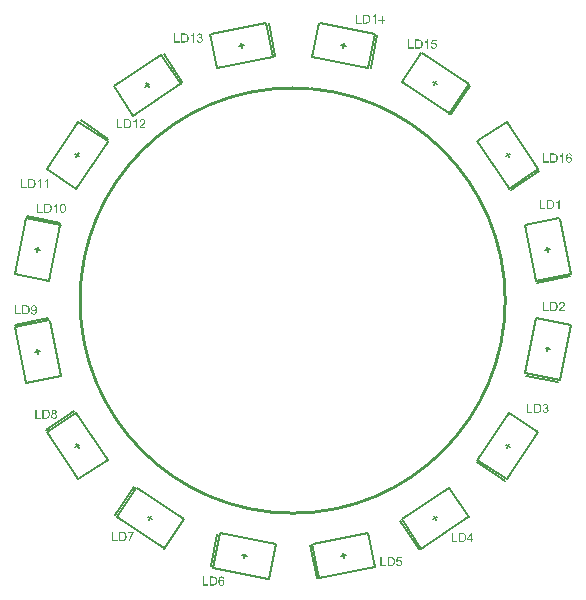
<source format=gto>
G04*
G04 #@! TF.GenerationSoftware,Altium Limited,Altium Designer,20.0.2 (26)*
G04*
G04 Layer_Color=65535*
%FSLAX44Y44*%
%MOMM*%
G71*
G01*
G75*
%ADD10C,0.1270*%
%ADD11C,0.2540*%
G36*
X-126826Y153753D02*
X-126737Y153742D01*
X-126626Y153731D01*
X-126504Y153709D01*
X-126382Y153687D01*
X-126093Y153609D01*
X-125805Y153498D01*
X-125660Y153431D01*
X-125516Y153354D01*
X-125383Y153254D01*
X-125261Y153143D01*
X-125250Y153132D01*
X-125227Y153121D01*
X-125205Y153076D01*
X-125161Y153032D01*
X-125105Y152976D01*
X-125050Y152899D01*
X-124994Y152821D01*
X-124928Y152721D01*
X-124817Y152510D01*
X-124706Y152244D01*
X-124661Y152111D01*
X-124639Y151955D01*
X-124617Y151800D01*
X-124606Y151633D01*
Y151611D01*
Y151556D01*
X-124617Y151467D01*
X-124628Y151345D01*
X-124650Y151211D01*
X-124694Y151056D01*
X-124739Y150890D01*
X-124805Y150723D01*
X-124817Y150701D01*
X-124839Y150645D01*
X-124883Y150556D01*
X-124950Y150434D01*
X-125039Y150301D01*
X-125150Y150135D01*
X-125283Y149968D01*
X-125438Y149780D01*
X-125460Y149757D01*
X-125516Y149691D01*
X-125571Y149635D01*
X-125627Y149580D01*
X-125694Y149513D01*
X-125782Y149424D01*
X-125871Y149335D01*
X-125982Y149236D01*
X-126093Y149125D01*
X-126226Y149003D01*
X-126371Y148880D01*
X-126526Y148736D01*
X-126704Y148592D01*
X-126881Y148436D01*
X-126892Y148425D01*
X-126915Y148403D01*
X-126959Y148370D01*
X-127014Y148326D01*
X-127081Y148259D01*
X-127159Y148192D01*
X-127336Y148048D01*
X-127525Y147881D01*
X-127703Y147715D01*
X-127858Y147571D01*
X-127925Y147515D01*
X-127980Y147460D01*
X-127991Y147449D01*
X-128025Y147415D01*
X-128069Y147371D01*
X-128124Y147304D01*
X-128180Y147227D01*
X-128246Y147149D01*
X-128380Y146960D01*
X-124595D01*
Y146050D01*
X-129689D01*
Y146061D01*
Y146105D01*
Y146172D01*
X-129678Y146261D01*
X-129667Y146361D01*
X-129645Y146472D01*
X-129623Y146583D01*
X-129578Y146705D01*
Y146716D01*
X-129567Y146727D01*
X-129545Y146794D01*
X-129501Y146894D01*
X-129434Y147027D01*
X-129345Y147182D01*
X-129234Y147360D01*
X-129112Y147537D01*
X-128957Y147726D01*
Y147737D01*
X-128935Y147748D01*
X-128879Y147815D01*
X-128779Y147915D01*
X-128635Y148059D01*
X-128469Y148226D01*
X-128258Y148425D01*
X-128002Y148647D01*
X-127725Y148880D01*
X-127714Y148891D01*
X-127669Y148925D01*
X-127603Y148980D01*
X-127525Y149047D01*
X-127425Y149136D01*
X-127303Y149236D01*
X-127181Y149347D01*
X-127037Y149469D01*
X-126759Y149735D01*
X-126482Y150001D01*
X-126348Y150135D01*
X-126226Y150268D01*
X-126115Y150390D01*
X-126026Y150512D01*
Y150523D01*
X-126004Y150534D01*
X-125982Y150568D01*
X-125960Y150612D01*
X-125882Y150734D01*
X-125793Y150878D01*
X-125716Y151056D01*
X-125638Y151245D01*
X-125594Y151456D01*
X-125571Y151655D01*
Y151666D01*
Y151678D01*
X-125583Y151744D01*
X-125594Y151855D01*
X-125627Y151977D01*
X-125671Y152133D01*
X-125749Y152288D01*
X-125849Y152444D01*
X-125982Y152599D01*
X-126004Y152621D01*
X-126060Y152666D01*
X-126138Y152721D01*
X-126260Y152799D01*
X-126415Y152865D01*
X-126593Y152932D01*
X-126804Y152976D01*
X-127037Y152987D01*
X-127103D01*
X-127148Y152976D01*
X-127281Y152965D01*
X-127436Y152932D01*
X-127603Y152887D01*
X-127791Y152810D01*
X-127969Y152710D01*
X-128135Y152577D01*
X-128158Y152555D01*
X-128202Y152499D01*
X-128269Y152410D01*
X-128335Y152277D01*
X-128413Y152122D01*
X-128479Y151922D01*
X-128524Y151700D01*
X-128546Y151445D01*
X-129512Y151544D01*
Y151556D01*
X-129501Y151589D01*
Y151644D01*
X-129490Y151722D01*
X-129467Y151811D01*
X-129445Y151911D01*
X-129412Y152033D01*
X-129379Y152155D01*
X-129290Y152421D01*
X-129157Y152688D01*
X-129079Y152821D01*
X-128979Y152954D01*
X-128879Y153076D01*
X-128768Y153187D01*
X-128757Y153198D01*
X-128735Y153209D01*
X-128701Y153243D01*
X-128646Y153276D01*
X-128579Y153320D01*
X-128502Y153365D01*
X-128413Y153420D01*
X-128302Y153476D01*
X-128180Y153531D01*
X-128047Y153587D01*
X-127902Y153631D01*
X-127747Y153676D01*
X-127580Y153709D01*
X-127403Y153742D01*
X-127214Y153753D01*
X-127014Y153764D01*
X-126903D01*
X-126826Y153753D01*
D02*
G37*
G36*
X-131976Y146050D02*
X-132920D01*
Y152055D01*
X-132931Y152044D01*
X-132986Y152000D01*
X-133053Y151933D01*
X-133164Y151855D01*
X-133286Y151755D01*
X-133441Y151644D01*
X-133619Y151522D01*
X-133819Y151400D01*
X-133830D01*
X-133841Y151389D01*
X-133907Y151345D01*
X-134018Y151289D01*
X-134151Y151222D01*
X-134307Y151145D01*
X-134473Y151067D01*
X-134640Y150989D01*
X-134806Y150923D01*
Y151833D01*
X-134795D01*
X-134773Y151855D01*
X-134729Y151866D01*
X-134673Y151900D01*
X-134607Y151933D01*
X-134529Y151977D01*
X-134340Y152088D01*
X-134118Y152210D01*
X-133896Y152366D01*
X-133663Y152543D01*
X-133430Y152732D01*
X-133419Y152743D01*
X-133408Y152754D01*
X-133375Y152788D01*
X-133330Y152821D01*
X-133230Y152932D01*
X-133097Y153065D01*
X-132964Y153221D01*
X-132820Y153398D01*
X-132697Y153576D01*
X-132586Y153764D01*
X-131976D01*
Y146050D01*
D02*
G37*
G36*
X-139735Y153720D02*
X-139513Y153709D01*
X-139291Y153687D01*
X-139069Y153653D01*
X-138880Y153620D01*
X-138869D01*
X-138847Y153609D01*
X-138813D01*
X-138769Y153587D01*
X-138647Y153553D01*
X-138492Y153498D01*
X-138314Y153420D01*
X-138125Y153320D01*
X-137937Y153209D01*
X-137759Y153065D01*
X-137748Y153054D01*
X-137737Y153043D01*
X-137704Y153010D01*
X-137659Y152976D01*
X-137548Y152865D01*
X-137415Y152710D01*
X-137271Y152521D01*
X-137115Y152299D01*
X-136971Y152044D01*
X-136849Y151755D01*
Y151744D01*
X-136838Y151722D01*
X-136816Y151678D01*
X-136804Y151611D01*
X-136771Y151533D01*
X-136749Y151445D01*
X-136727Y151345D01*
X-136693Y151222D01*
X-136660Y151100D01*
X-136638Y150956D01*
X-136582Y150645D01*
X-136549Y150301D01*
X-136538Y149924D01*
Y149913D01*
Y149890D01*
Y149835D01*
Y149780D01*
X-136549Y149702D01*
Y149613D01*
X-136560Y149402D01*
X-136594Y149158D01*
X-136627Y148903D01*
X-136682Y148636D01*
X-136749Y148370D01*
Y148359D01*
X-136760Y148337D01*
X-136771Y148303D01*
X-136782Y148259D01*
X-136827Y148137D01*
X-136893Y147981D01*
X-136960Y147804D01*
X-137049Y147626D01*
X-137160Y147437D01*
X-137271Y147260D01*
X-137282Y147238D01*
X-137326Y147182D01*
X-137393Y147105D01*
X-137481Y147005D01*
X-137581Y146894D01*
X-137704Y146783D01*
X-137826Y146660D01*
X-137970Y146561D01*
X-137992Y146550D01*
X-138036Y146516D01*
X-138114Y146472D01*
X-138225Y146416D01*
X-138358Y146350D01*
X-138514Y146294D01*
X-138691Y146228D01*
X-138891Y146172D01*
X-138913D01*
X-138947Y146161D01*
X-138980Y146150D01*
X-139091Y146139D01*
X-139246Y146117D01*
X-139424Y146094D01*
X-139635Y146072D01*
X-139868Y146061D01*
X-140123Y146050D01*
X-142887D01*
Y153731D01*
X-139935D01*
X-139735Y153720D01*
D02*
G37*
G36*
X-147882Y146960D02*
X-144097D01*
Y146050D01*
X-148903D01*
Y153731D01*
X-147882D01*
Y146960D01*
D02*
G37*
G36*
X-78399Y226140D02*
X-78254Y226117D01*
X-78077Y226084D01*
X-77877Y226028D01*
X-77677Y225962D01*
X-77477Y225873D01*
X-77466D01*
X-77455Y225862D01*
X-77389Y225829D01*
X-77289Y225762D01*
X-77178Y225684D01*
X-77044Y225573D01*
X-76911Y225451D01*
X-76778Y225307D01*
X-76667Y225140D01*
X-76656Y225118D01*
X-76623Y225063D01*
X-76578Y224963D01*
X-76523Y224841D01*
X-76467Y224697D01*
X-76423Y224530D01*
X-76390Y224341D01*
X-76378Y224153D01*
Y224130D01*
Y224064D01*
X-76390Y223975D01*
X-76412Y223853D01*
X-76445Y223709D01*
X-76501Y223553D01*
X-76567Y223398D01*
X-76656Y223242D01*
X-76667Y223220D01*
X-76700Y223176D01*
X-76767Y223098D01*
X-76856Y223009D01*
X-76967Y222909D01*
X-77100Y222798D01*
X-77255Y222698D01*
X-77444Y222599D01*
X-77433D01*
X-77411Y222588D01*
X-77377Y222576D01*
X-77333Y222565D01*
X-77211Y222521D01*
X-77056Y222454D01*
X-76878Y222365D01*
X-76700Y222255D01*
X-76534Y222110D01*
X-76378Y221944D01*
X-76367Y221922D01*
X-76323Y221855D01*
X-76256Y221744D01*
X-76190Y221600D01*
X-76123Y221422D01*
X-76057Y221211D01*
X-76012Y220967D01*
X-76001Y220700D01*
Y220689D01*
Y220656D01*
Y220601D01*
X-76012Y220534D01*
X-76023Y220445D01*
X-76045Y220345D01*
X-76068Y220234D01*
X-76090Y220112D01*
X-76179Y219846D01*
X-76245Y219702D01*
X-76312Y219568D01*
X-76401Y219424D01*
X-76501Y219280D01*
X-76612Y219135D01*
X-76745Y219002D01*
X-76756Y218991D01*
X-76778Y218969D01*
X-76823Y218936D01*
X-76878Y218891D01*
X-76945Y218836D01*
X-77033Y218780D01*
X-77133Y218714D01*
X-77255Y218658D01*
X-77377Y218592D01*
X-77522Y218525D01*
X-77666Y218470D01*
X-77832Y218414D01*
X-78010Y218370D01*
X-78199Y218336D01*
X-78387Y218314D01*
X-78598Y218303D01*
X-78698D01*
X-78765Y218314D01*
X-78854Y218325D01*
X-78954Y218336D01*
X-79065Y218358D01*
X-79187Y218381D01*
X-79453Y218447D01*
X-79731Y218558D01*
X-79875Y218625D01*
X-80008Y218703D01*
X-80141Y218803D01*
X-80274Y218902D01*
X-80286Y218913D01*
X-80308Y218936D01*
X-80341Y218969D01*
X-80374Y219013D01*
X-80430Y219069D01*
X-80485Y219147D01*
X-80552Y219224D01*
X-80619Y219324D01*
X-80685Y219435D01*
X-80752Y219546D01*
X-80874Y219813D01*
X-80974Y220123D01*
X-81007Y220290D01*
X-81029Y220467D01*
X-80086Y220590D01*
Y220578D01*
X-80075Y220556D01*
X-80064Y220512D01*
X-80052Y220456D01*
X-80041Y220390D01*
X-80019Y220312D01*
X-79964Y220146D01*
X-79886Y219946D01*
X-79786Y219757D01*
X-79675Y219580D01*
X-79542Y219424D01*
X-79520Y219413D01*
X-79475Y219369D01*
X-79387Y219313D01*
X-79275Y219258D01*
X-79142Y219191D01*
X-78976Y219135D01*
X-78787Y219091D01*
X-78587Y219080D01*
X-78521D01*
X-78476Y219091D01*
X-78354Y219102D01*
X-78199Y219135D01*
X-78021Y219191D01*
X-77832Y219269D01*
X-77644Y219380D01*
X-77466Y219535D01*
X-77444Y219557D01*
X-77389Y219624D01*
X-77322Y219724D01*
X-77233Y219857D01*
X-77144Y220023D01*
X-77078Y220212D01*
X-77022Y220434D01*
X-77000Y220678D01*
Y220689D01*
Y220712D01*
Y220745D01*
X-77011Y220789D01*
X-77022Y220911D01*
X-77056Y221056D01*
X-77100Y221233D01*
X-77178Y221411D01*
X-77289Y221588D01*
X-77433Y221755D01*
X-77455Y221777D01*
X-77511Y221822D01*
X-77599Y221888D01*
X-77722Y221966D01*
X-77877Y222044D01*
X-78066Y222110D01*
X-78277Y222155D01*
X-78510Y222177D01*
X-78609D01*
X-78687Y222166D01*
X-78787Y222155D01*
X-78898Y222132D01*
X-79031Y222110D01*
X-79176Y222077D01*
X-79065Y222909D01*
X-79009D01*
X-78965Y222898D01*
X-78820D01*
X-78698Y222920D01*
X-78554Y222943D01*
X-78387Y222976D01*
X-78199Y223032D01*
X-78021Y223109D01*
X-77832Y223209D01*
X-77821D01*
X-77810Y223220D01*
X-77755Y223265D01*
X-77677Y223342D01*
X-77588Y223442D01*
X-77499Y223587D01*
X-77422Y223753D01*
X-77366Y223942D01*
X-77344Y224053D01*
Y224175D01*
Y224186D01*
Y224197D01*
Y224264D01*
X-77366Y224352D01*
X-77389Y224475D01*
X-77433Y224608D01*
X-77488Y224752D01*
X-77577Y224896D01*
X-77699Y225030D01*
X-77710Y225041D01*
X-77766Y225085D01*
X-77844Y225140D01*
X-77944Y225207D01*
X-78077Y225263D01*
X-78232Y225318D01*
X-78410Y225362D01*
X-78609Y225374D01*
X-78698D01*
X-78798Y225351D01*
X-78931Y225329D01*
X-79076Y225285D01*
X-79220Y225229D01*
X-79375Y225140D01*
X-79520Y225030D01*
X-79531Y225018D01*
X-79575Y224963D01*
X-79642Y224885D01*
X-79720Y224774D01*
X-79797Y224630D01*
X-79875Y224452D01*
X-79942Y224241D01*
X-79986Y223997D01*
X-80929Y224164D01*
Y224175D01*
X-80918Y224208D01*
X-80907Y224252D01*
X-80896Y224319D01*
X-80874Y224397D01*
X-80841Y224486D01*
X-80774Y224697D01*
X-80663Y224941D01*
X-80530Y225185D01*
X-80363Y225418D01*
X-80152Y225629D01*
X-80141Y225640D01*
X-80119Y225651D01*
X-80086Y225673D01*
X-80041Y225707D01*
X-79986Y225751D01*
X-79908Y225795D01*
X-79830Y225840D01*
X-79731Y225895D01*
X-79509Y225984D01*
X-79253Y226073D01*
X-78954Y226128D01*
X-78798Y226151D01*
X-78521D01*
X-78399Y226140D01*
D02*
G37*
G36*
X-83460Y218436D02*
X-84404D01*
Y224441D01*
X-84415Y224430D01*
X-84470Y224386D01*
X-84537Y224319D01*
X-84648Y224241D01*
X-84770Y224142D01*
X-84925Y224030D01*
X-85103Y223908D01*
X-85303Y223786D01*
X-85314D01*
X-85325Y223775D01*
X-85392Y223731D01*
X-85503Y223675D01*
X-85636Y223609D01*
X-85791Y223531D01*
X-85958Y223453D01*
X-86124Y223376D01*
X-86291Y223309D01*
Y224219D01*
X-86279D01*
X-86257Y224241D01*
X-86213Y224252D01*
X-86157Y224286D01*
X-86091Y224319D01*
X-86013Y224363D01*
X-85824Y224475D01*
X-85602Y224597D01*
X-85380Y224752D01*
X-85147Y224930D01*
X-84914Y225118D01*
X-84903Y225129D01*
X-84892Y225140D01*
X-84859Y225174D01*
X-84814Y225207D01*
X-84714Y225318D01*
X-84581Y225451D01*
X-84448Y225607D01*
X-84304Y225784D01*
X-84182Y225962D01*
X-84071Y226151D01*
X-83460D01*
Y218436D01*
D02*
G37*
G36*
X-91219Y226106D02*
X-90997Y226095D01*
X-90775Y226073D01*
X-90553Y226040D01*
X-90364Y226006D01*
X-90353D01*
X-90331Y225995D01*
X-90298D01*
X-90253Y225973D01*
X-90131Y225940D01*
X-89976Y225884D01*
X-89798Y225807D01*
X-89609Y225707D01*
X-89421Y225596D01*
X-89243Y225451D01*
X-89232Y225440D01*
X-89221Y225429D01*
X-89188Y225396D01*
X-89143Y225362D01*
X-89032Y225252D01*
X-88899Y225096D01*
X-88755Y224907D01*
X-88599Y224685D01*
X-88455Y224430D01*
X-88333Y224142D01*
Y224130D01*
X-88322Y224108D01*
X-88300Y224064D01*
X-88288Y223997D01*
X-88255Y223920D01*
X-88233Y223831D01*
X-88211Y223731D01*
X-88177Y223609D01*
X-88144Y223487D01*
X-88122Y223342D01*
X-88067Y223032D01*
X-88033Y222687D01*
X-88022Y222310D01*
Y222299D01*
Y222277D01*
Y222221D01*
Y222166D01*
X-88033Y222088D01*
Y221999D01*
X-88044Y221788D01*
X-88078Y221544D01*
X-88111Y221289D01*
X-88166Y221022D01*
X-88233Y220756D01*
Y220745D01*
X-88244Y220723D01*
X-88255Y220689D01*
X-88266Y220645D01*
X-88311Y220523D01*
X-88377Y220368D01*
X-88444Y220190D01*
X-88533Y220012D01*
X-88644Y219824D01*
X-88755Y219646D01*
X-88766Y219624D01*
X-88810Y219568D01*
X-88877Y219491D01*
X-88966Y219391D01*
X-89066Y219280D01*
X-89188Y219169D01*
X-89310Y219047D01*
X-89454Y218947D01*
X-89476Y218936D01*
X-89521Y218902D01*
X-89598Y218858D01*
X-89709Y218803D01*
X-89843Y218736D01*
X-89998Y218680D01*
X-90176Y218614D01*
X-90375Y218558D01*
X-90398D01*
X-90431Y218547D01*
X-90464Y218536D01*
X-90575Y218525D01*
X-90730Y218503D01*
X-90908Y218481D01*
X-91119Y218458D01*
X-91352Y218447D01*
X-91607Y218436D01*
X-94371D01*
Y226117D01*
X-91419D01*
X-91219Y226106D01*
D02*
G37*
G36*
X-99366Y219346D02*
X-95581D01*
Y218436D01*
X-100387D01*
Y226117D01*
X-99366D01*
Y219346D01*
D02*
G37*
G36*
X234312Y124543D02*
X234389D01*
X234478Y124532D01*
X234689Y124488D01*
X234922Y124432D01*
X235166Y124344D01*
X235411Y124210D01*
X235533Y124133D01*
X235644Y124044D01*
X235655Y124033D01*
X235666Y124022D01*
X235699Y123988D01*
X235733Y123955D01*
X235788Y123899D01*
X235833Y123833D01*
X235955Y123678D01*
X236077Y123478D01*
X236188Y123233D01*
X236288Y122956D01*
X236354Y122645D01*
X235411Y122568D01*
Y122579D01*
X235400Y122590D01*
X235389Y122656D01*
X235355Y122756D01*
X235311Y122878D01*
X235266Y123012D01*
X235200Y123145D01*
X235122Y123267D01*
X235044Y123367D01*
X235022Y123389D01*
X234978Y123433D01*
X234900Y123500D01*
X234789Y123578D01*
X234645Y123644D01*
X234489Y123711D01*
X234301Y123755D01*
X234101Y123777D01*
X234023D01*
X233934Y123766D01*
X233834Y123744D01*
X233701Y123711D01*
X233568Y123666D01*
X233435Y123611D01*
X233302Y123522D01*
X233279Y123511D01*
X233224Y123467D01*
X233146Y123389D01*
X233046Y123278D01*
X232935Y123145D01*
X232813Y122989D01*
X232702Y122789D01*
X232591Y122568D01*
Y122556D01*
X232580Y122534D01*
X232569Y122501D01*
X232547Y122457D01*
X232536Y122390D01*
X232514Y122312D01*
X232491Y122223D01*
X232469Y122112D01*
X232436Y121990D01*
X232414Y121857D01*
X232391Y121713D01*
X232380Y121557D01*
X232358Y121380D01*
X232347Y121202D01*
X232336Y121002D01*
Y120803D01*
X232347Y120814D01*
X232391Y120880D01*
X232469Y120969D01*
X232569Y121080D01*
X232680Y121213D01*
X232824Y121335D01*
X232980Y121458D01*
X233157Y121568D01*
X233169D01*
X233180Y121580D01*
X233246Y121613D01*
X233346Y121646D01*
X233479Y121702D01*
X233635Y121746D01*
X233812Y121779D01*
X234001Y121813D01*
X234201Y121824D01*
X234290D01*
X234356Y121813D01*
X234445Y121802D01*
X234534Y121791D01*
X234645Y121768D01*
X234756Y121735D01*
X235011Y121657D01*
X235144Y121602D01*
X235278Y121524D01*
X235411Y121446D01*
X235555Y121358D01*
X235688Y121247D01*
X235810Y121124D01*
X235821Y121113D01*
X235844Y121091D01*
X235877Y121058D01*
X235910Y121002D01*
X235966Y120925D01*
X236021Y120847D01*
X236077Y120747D01*
X236143Y120636D01*
X236210Y120514D01*
X236265Y120381D01*
X236321Y120225D01*
X236376Y120070D01*
X236410Y119903D01*
X236443Y119715D01*
X236465Y119526D01*
X236476Y119326D01*
Y119315D01*
Y119293D01*
Y119260D01*
Y119204D01*
X236465Y119138D01*
Y119071D01*
X236432Y118893D01*
X236399Y118683D01*
X236343Y118461D01*
X236265Y118216D01*
X236154Y117983D01*
Y117972D01*
X236143Y117961D01*
X236121Y117928D01*
X236099Y117883D01*
X236032Y117772D01*
X235932Y117628D01*
X235810Y117473D01*
X235666Y117317D01*
X235488Y117162D01*
X235300Y117029D01*
X235289D01*
X235278Y117018D01*
X235244Y116995D01*
X235200Y116984D01*
X235089Y116929D01*
X234944Y116873D01*
X234756Y116807D01*
X234545Y116762D01*
X234312Y116718D01*
X234056Y116707D01*
X234001D01*
X233946Y116718D01*
X233857D01*
X233757Y116729D01*
X233646Y116751D01*
X233513Y116784D01*
X233379Y116818D01*
X233224Y116862D01*
X233069Y116918D01*
X232913Y116984D01*
X232747Y117073D01*
X232591Y117173D01*
X232436Y117284D01*
X232281Y117417D01*
X232136Y117573D01*
X232125Y117584D01*
X232103Y117617D01*
X232070Y117661D01*
X232025Y117739D01*
X231959Y117839D01*
X231903Y117950D01*
X231836Y118094D01*
X231770Y118250D01*
X231692Y118438D01*
X231626Y118649D01*
X231570Y118882D01*
X231515Y119138D01*
X231459Y119426D01*
X231426Y119737D01*
X231404Y120070D01*
X231393Y120425D01*
Y120436D01*
Y120447D01*
Y120481D01*
Y120525D01*
X231404Y120636D01*
Y120792D01*
X231415Y120969D01*
X231437Y121180D01*
X231459Y121413D01*
X231493Y121668D01*
X231537Y121924D01*
X231592Y122201D01*
X231659Y122468D01*
X231737Y122734D01*
X231836Y122989D01*
X231947Y123233D01*
X232070Y123467D01*
X232214Y123666D01*
X232225Y123678D01*
X232247Y123700D01*
X232292Y123744D01*
X232347Y123811D01*
X232414Y123877D01*
X232502Y123944D01*
X232614Y124033D01*
X232724Y124110D01*
X232858Y124188D01*
X233002Y124277D01*
X233169Y124344D01*
X233335Y124421D01*
X233524Y124477D01*
X233724Y124521D01*
X233934Y124543D01*
X234156Y124554D01*
X234245D01*
X234312Y124543D01*
D02*
G37*
G36*
X229017Y116840D02*
X228074D01*
Y122845D01*
X228063Y122834D01*
X228007Y122789D01*
X227941Y122723D01*
X227829Y122645D01*
X227707Y122545D01*
X227552Y122434D01*
X227374Y122312D01*
X227175Y122190D01*
X227164D01*
X227152Y122179D01*
X227086Y122135D01*
X226975Y122079D01*
X226842Y122013D01*
X226686Y121935D01*
X226520Y121857D01*
X226353Y121779D01*
X226187Y121713D01*
Y122623D01*
X226198D01*
X226220Y122645D01*
X226264Y122656D01*
X226320Y122690D01*
X226387Y122723D01*
X226464Y122767D01*
X226653Y122878D01*
X226875Y123000D01*
X227097Y123156D01*
X227330Y123333D01*
X227563Y123522D01*
X227574Y123533D01*
X227585Y123544D01*
X227619Y123578D01*
X227663Y123611D01*
X227763Y123722D01*
X227896Y123855D01*
X228029Y124010D01*
X228174Y124188D01*
X228296Y124366D01*
X228407Y124554D01*
X229017D01*
Y116840D01*
D02*
G37*
G36*
X221258Y124510D02*
X221480Y124499D01*
X221702Y124477D01*
X221924Y124443D01*
X222113Y124410D01*
X222124D01*
X222146Y124399D01*
X222180D01*
X222224Y124377D01*
X222346Y124344D01*
X222502Y124288D01*
X222679Y124210D01*
X222868Y124110D01*
X223057Y123999D01*
X223234Y123855D01*
X223245Y123844D01*
X223256Y123833D01*
X223290Y123800D01*
X223334Y123766D01*
X223445Y123655D01*
X223578Y123500D01*
X223723Y123311D01*
X223878Y123089D01*
X224022Y122834D01*
X224144Y122545D01*
Y122534D01*
X224156Y122512D01*
X224178Y122468D01*
X224189Y122401D01*
X224222Y122323D01*
X224244Y122234D01*
X224266Y122135D01*
X224300Y122013D01*
X224333Y121890D01*
X224355Y121746D01*
X224411Y121435D01*
X224444Y121091D01*
X224455Y120714D01*
Y120703D01*
Y120681D01*
Y120625D01*
Y120569D01*
X224444Y120492D01*
Y120403D01*
X224433Y120192D01*
X224400Y119948D01*
X224366Y119693D01*
X224311Y119426D01*
X224244Y119160D01*
Y119149D01*
X224233Y119127D01*
X224222Y119093D01*
X224211Y119049D01*
X224167Y118927D01*
X224100Y118771D01*
X224033Y118594D01*
X223945Y118416D01*
X223834Y118228D01*
X223723Y118050D01*
X223711Y118028D01*
X223667Y117972D01*
X223601Y117894D01*
X223512Y117795D01*
X223412Y117684D01*
X223290Y117573D01*
X223168Y117451D01*
X223023Y117351D01*
X223001Y117339D01*
X222957Y117306D01*
X222879Y117262D01*
X222768Y117206D01*
X222635Y117140D01*
X222479Y117084D01*
X222302Y117018D01*
X222102Y116962D01*
X222080D01*
X222047Y116951D01*
X222013Y116940D01*
X221902Y116929D01*
X221747Y116907D01*
X221569Y116884D01*
X221358Y116862D01*
X221125Y116851D01*
X220870Y116840D01*
X218106D01*
Y124521D01*
X221059D01*
X221258Y124510D01*
D02*
G37*
G36*
X213111Y117750D02*
X216896D01*
Y116840D01*
X212090D01*
Y124521D01*
X213111D01*
Y117750D01*
D02*
G37*
G36*
X121866Y220042D02*
X118791D01*
X118380Y217966D01*
X118391Y217978D01*
X118413Y217989D01*
X118447Y218011D01*
X118502Y218044D01*
X118569Y218077D01*
X118646Y218122D01*
X118824Y218211D01*
X119046Y218299D01*
X119290Y218377D01*
X119557Y218433D01*
X119690Y218455D01*
X119934D01*
X120001Y218444D01*
X120090Y218433D01*
X120189Y218421D01*
X120300Y218399D01*
X120422Y218366D01*
X120689Y218288D01*
X120833Y218233D01*
X120977Y218155D01*
X121122Y218077D01*
X121266Y217989D01*
X121399Y217878D01*
X121532Y217756D01*
X121544Y217744D01*
X121566Y217722D01*
X121599Y217689D01*
X121643Y217633D01*
X121699Y217556D01*
X121755Y217478D01*
X121821Y217378D01*
X121888Y217267D01*
X121943Y217145D01*
X122010Y217012D01*
X122065Y216856D01*
X122121Y216701D01*
X122165Y216535D01*
X122198Y216346D01*
X122221Y216157D01*
X122232Y215957D01*
Y215946D01*
Y215913D01*
Y215858D01*
X122221Y215780D01*
X122210Y215691D01*
X122198Y215591D01*
X122176Y215469D01*
X122154Y215347D01*
X122087Y215058D01*
X121976Y214759D01*
X121910Y214603D01*
X121821Y214459D01*
X121732Y214303D01*
X121621Y214159D01*
X121610Y214148D01*
X121588Y214115D01*
X121544Y214070D01*
X121488Y214015D01*
X121410Y213948D01*
X121322Y213860D01*
X121211Y213782D01*
X121088Y213693D01*
X120955Y213604D01*
X120800Y213526D01*
X120633Y213449D01*
X120456Y213371D01*
X120267Y213316D01*
X120056Y213271D01*
X119834Y213238D01*
X119601Y213227D01*
X119501D01*
X119424Y213238D01*
X119335Y213249D01*
X119235Y213260D01*
X119113Y213271D01*
X118991Y213305D01*
X118713Y213371D01*
X118436Y213471D01*
X118291Y213538D01*
X118147Y213615D01*
X118014Y213704D01*
X117881Y213804D01*
X117870Y213815D01*
X117847Y213826D01*
X117825Y213871D01*
X117781Y213915D01*
X117725Y213971D01*
X117670Y214037D01*
X117603Y214126D01*
X117548Y214226D01*
X117481Y214326D01*
X117414Y214448D01*
X117292Y214714D01*
X117192Y215025D01*
X117159Y215191D01*
X117137Y215369D01*
X118125Y215447D01*
Y215436D01*
Y215413D01*
X118136Y215380D01*
X118147Y215325D01*
X118180Y215203D01*
X118225Y215036D01*
X118291Y214870D01*
X118380Y214681D01*
X118491Y214514D01*
X118624Y214359D01*
X118646Y214348D01*
X118691Y214303D01*
X118780Y214248D01*
X118902Y214181D01*
X119035Y214115D01*
X119201Y214059D01*
X119390Y214015D01*
X119601Y214004D01*
X119668D01*
X119712Y214015D01*
X119845Y214026D01*
X120001Y214070D01*
X120189Y214126D01*
X120378Y214215D01*
X120578Y214348D01*
X120667Y214426D01*
X120756Y214514D01*
X120767Y214526D01*
X120778Y214537D01*
X120800Y214570D01*
X120833Y214603D01*
X120911Y214725D01*
X121000Y214881D01*
X121077Y215069D01*
X121155Y215303D01*
X121211Y215580D01*
X121233Y215724D01*
Y215880D01*
Y215891D01*
Y215913D01*
Y215957D01*
X121222Y216013D01*
Y216080D01*
X121211Y216157D01*
X121177Y216335D01*
X121122Y216546D01*
X121044Y216756D01*
X120933Y216956D01*
X120778Y217145D01*
Y217156D01*
X120756Y217167D01*
X120700Y217223D01*
X120600Y217300D01*
X120467Y217389D01*
X120289Y217467D01*
X120090Y217545D01*
X119856Y217600D01*
X119723Y217622D01*
X119512D01*
X119424Y217611D01*
X119312Y217600D01*
X119179Y217567D01*
X119046Y217533D01*
X118902Y217478D01*
X118757Y217411D01*
X118746Y217400D01*
X118702Y217378D01*
X118635Y217323D01*
X118547Y217267D01*
X118458Y217189D01*
X118369Y217090D01*
X118269Y216990D01*
X118191Y216868D01*
X117303Y216990D01*
X118047Y220941D01*
X121866D01*
Y220042D01*
D02*
G37*
G36*
X114717Y213360D02*
X113774D01*
Y219365D01*
X113763Y219354D01*
X113707Y219310D01*
X113640Y219243D01*
X113530Y219165D01*
X113407Y219065D01*
X113252Y218954D01*
X113074Y218832D01*
X112875Y218710D01*
X112864D01*
X112852Y218699D01*
X112786Y218655D01*
X112675Y218599D01*
X112542Y218533D01*
X112386Y218455D01*
X112220Y218377D01*
X112053Y218299D01*
X111887Y218233D01*
Y219143D01*
X111898D01*
X111920Y219165D01*
X111964Y219176D01*
X112020Y219210D01*
X112086Y219243D01*
X112164Y219287D01*
X112353Y219398D01*
X112575Y219520D01*
X112797Y219676D01*
X113030Y219853D01*
X113263Y220042D01*
X113274Y220053D01*
X113285Y220064D01*
X113319Y220098D01*
X113363Y220131D01*
X113463Y220242D01*
X113596Y220375D01*
X113729Y220530D01*
X113874Y220708D01*
X113996Y220886D01*
X114107Y221074D01*
X114717D01*
Y213360D01*
D02*
G37*
G36*
X106958Y221030D02*
X107180Y221019D01*
X107402Y220997D01*
X107624Y220963D01*
X107813Y220930D01*
X107824D01*
X107846Y220919D01*
X107880D01*
X107924Y220897D01*
X108046Y220863D01*
X108202Y220808D01*
X108379Y220730D01*
X108568Y220630D01*
X108757Y220519D01*
X108934Y220375D01*
X108945Y220364D01*
X108956Y220353D01*
X108990Y220320D01*
X109034Y220286D01*
X109145Y220175D01*
X109278Y220020D01*
X109423Y219831D01*
X109578Y219609D01*
X109722Y219354D01*
X109844Y219065D01*
Y219054D01*
X109855Y219032D01*
X109878Y218988D01*
X109889Y218921D01*
X109922Y218843D01*
X109944Y218755D01*
X109966Y218655D01*
X110000Y218533D01*
X110033Y218410D01*
X110055Y218266D01*
X110111Y217955D01*
X110144Y217611D01*
X110155Y217234D01*
Y217223D01*
Y217201D01*
Y217145D01*
Y217090D01*
X110144Y217012D01*
Y216923D01*
X110133Y216712D01*
X110100Y216468D01*
X110066Y216213D01*
X110011Y215946D01*
X109944Y215680D01*
Y215669D01*
X109933Y215647D01*
X109922Y215613D01*
X109911Y215569D01*
X109867Y215447D01*
X109800Y215291D01*
X109733Y215114D01*
X109645Y214936D01*
X109534Y214748D01*
X109423Y214570D01*
X109411Y214548D01*
X109367Y214492D01*
X109300Y214415D01*
X109212Y214315D01*
X109112Y214204D01*
X108990Y214093D01*
X108868Y213971D01*
X108723Y213871D01*
X108701Y213860D01*
X108657Y213826D01*
X108579Y213782D01*
X108468Y213726D01*
X108335Y213660D01*
X108179Y213604D01*
X108002Y213538D01*
X107802Y213482D01*
X107780D01*
X107746Y213471D01*
X107713Y213460D01*
X107602Y213449D01*
X107447Y213427D01*
X107269Y213404D01*
X107058Y213382D01*
X106825Y213371D01*
X106570Y213360D01*
X103806D01*
Y221041D01*
X106759D01*
X106958Y221030D01*
D02*
G37*
G36*
X98811Y214270D02*
X102596D01*
Y213360D01*
X97790D01*
Y221041D01*
X98811D01*
Y214270D01*
D02*
G37*
G36*
X76900Y237217D02*
X77943D01*
Y236351D01*
X76900D01*
Y234508D01*
X75956D01*
Y236351D01*
X72615D01*
Y237217D01*
X76134Y242189D01*
X76900D01*
Y237217D01*
D02*
G37*
G36*
X70517Y234508D02*
X69574D01*
Y240513D01*
X69563Y240502D01*
X69507Y240458D01*
X69441Y240391D01*
X69330Y240313D01*
X69208Y240214D01*
X69052Y240103D01*
X68875Y239981D01*
X68675Y239858D01*
X68664D01*
X68653Y239847D01*
X68586Y239803D01*
X68475Y239747D01*
X68342Y239681D01*
X68186Y239603D01*
X68020Y239525D01*
X67853Y239448D01*
X67687Y239381D01*
Y240291D01*
X67698D01*
X67720Y240313D01*
X67765Y240325D01*
X67820Y240358D01*
X67887Y240391D01*
X67964Y240436D01*
X68153Y240547D01*
X68375Y240669D01*
X68597Y240824D01*
X68830Y241002D01*
X69063Y241190D01*
X69074Y241201D01*
X69085Y241213D01*
X69119Y241246D01*
X69163Y241279D01*
X69263Y241390D01*
X69396Y241523D01*
X69530Y241679D01*
X69674Y241856D01*
X69796Y242034D01*
X69907Y242223D01*
X70517D01*
Y234508D01*
D02*
G37*
G36*
X62759Y242178D02*
X62981Y242167D01*
X63203Y242145D01*
X63425Y242112D01*
X63613Y242078D01*
X63624D01*
X63647Y242067D01*
X63680D01*
X63724Y242045D01*
X63846Y242012D01*
X64002Y241956D01*
X64179Y241879D01*
X64368Y241779D01*
X64557Y241668D01*
X64734Y241523D01*
X64745Y241512D01*
X64757Y241501D01*
X64790Y241468D01*
X64834Y241434D01*
X64945Y241324D01*
X65079Y241168D01*
X65223Y240979D01*
X65378Y240758D01*
X65522Y240502D01*
X65644Y240214D01*
Y240203D01*
X65656Y240180D01*
X65678Y240136D01*
X65689Y240069D01*
X65722Y239992D01*
X65744Y239903D01*
X65767Y239803D01*
X65800Y239681D01*
X65833Y239559D01*
X65855Y239414D01*
X65911Y239104D01*
X65944Y238759D01*
X65955Y238382D01*
Y238371D01*
Y238349D01*
Y238293D01*
Y238238D01*
X65944Y238160D01*
Y238071D01*
X65933Y237860D01*
X65900Y237616D01*
X65866Y237361D01*
X65811Y237094D01*
X65744Y236828D01*
Y236817D01*
X65733Y236795D01*
X65722Y236761D01*
X65711Y236717D01*
X65667Y236595D01*
X65600Y236440D01*
X65533Y236262D01*
X65445Y236084D01*
X65334Y235896D01*
X65223Y235718D01*
X65212Y235696D01*
X65167Y235640D01*
X65101Y235563D01*
X65012Y235463D01*
X64912Y235352D01*
X64790Y235241D01*
X64668Y235119D01*
X64524Y235019D01*
X64501Y235008D01*
X64457Y234974D01*
X64379Y234930D01*
X64268Y234875D01*
X64135Y234808D01*
X63980Y234753D01*
X63802Y234686D01*
X63602Y234630D01*
X63580D01*
X63547Y234619D01*
X63513Y234608D01*
X63402Y234597D01*
X63247Y234575D01*
X63069Y234553D01*
X62859Y234531D01*
X62625Y234519D01*
X62370Y234508D01*
X59606D01*
Y242189D01*
X62559D01*
X62759Y242178D01*
D02*
G37*
G36*
X54611Y235418D02*
X58396D01*
Y234508D01*
X53590D01*
Y242189D01*
X54611D01*
Y235418D01*
D02*
G37*
G36*
X-207101Y95103D02*
X-208045D01*
Y101108D01*
X-208056Y101097D01*
X-208111Y101053D01*
X-208178Y100986D01*
X-208289Y100908D01*
X-208411Y100808D01*
X-208566Y100697D01*
X-208744Y100575D01*
X-208944Y100453D01*
X-208955D01*
X-208966Y100442D01*
X-209032Y100398D01*
X-209144Y100342D01*
X-209277Y100276D01*
X-209432Y100198D01*
X-209599Y100120D01*
X-209765Y100042D01*
X-209932Y99976D01*
Y100886D01*
X-209921D01*
X-209898Y100908D01*
X-209854Y100919D01*
X-209798Y100953D01*
X-209732Y100986D01*
X-209654Y101030D01*
X-209465Y101141D01*
X-209243Y101264D01*
X-209021Y101419D01*
X-208788Y101596D01*
X-208555Y101785D01*
X-208544Y101796D01*
X-208533Y101807D01*
X-208500Y101841D01*
X-208455Y101874D01*
X-208355Y101985D01*
X-208222Y102118D01*
X-208089Y102274D01*
X-207945Y102451D01*
X-207823Y102629D01*
X-207712Y102817D01*
X-207101D01*
Y95103D01*
D02*
G37*
G36*
X-213073D02*
X-214016D01*
Y101108D01*
X-214027Y101097D01*
X-214083Y101053D01*
X-214149Y100986D01*
X-214261Y100908D01*
X-214383Y100808D01*
X-214538Y100697D01*
X-214716Y100575D01*
X-214915Y100453D01*
X-214926D01*
X-214938Y100442D01*
X-215004Y100398D01*
X-215115Y100342D01*
X-215248Y100276D01*
X-215404Y100198D01*
X-215570Y100120D01*
X-215737Y100042D01*
X-215903Y99976D01*
Y100886D01*
X-215892D01*
X-215870Y100908D01*
X-215826Y100919D01*
X-215770Y100953D01*
X-215704Y100986D01*
X-215626Y101030D01*
X-215437Y101141D01*
X-215215Y101264D01*
X-214993Y101419D01*
X-214760Y101596D01*
X-214527Y101785D01*
X-214516Y101796D01*
X-214505Y101807D01*
X-214471Y101841D01*
X-214427Y101874D01*
X-214327Y101985D01*
X-214194Y102118D01*
X-214061Y102274D01*
X-213916Y102451D01*
X-213794Y102629D01*
X-213683Y102817D01*
X-213073D01*
Y95103D01*
D02*
G37*
G36*
X-220832Y102773D02*
X-220610Y102762D01*
X-220388Y102740D01*
X-220166Y102706D01*
X-219977Y102673D01*
X-219966D01*
X-219944Y102662D01*
X-219910D01*
X-219866Y102640D01*
X-219744Y102607D01*
X-219588Y102551D01*
X-219411Y102473D01*
X-219222Y102374D01*
X-219033Y102262D01*
X-218856Y102118D01*
X-218845Y102107D01*
X-218834Y102096D01*
X-218800Y102063D01*
X-218756Y102029D01*
X-218645Y101918D01*
X-218512Y101763D01*
X-218367Y101574D01*
X-218212Y101352D01*
X-218068Y101097D01*
X-217946Y100808D01*
Y100797D01*
X-217934Y100775D01*
X-217912Y100731D01*
X-217901Y100664D01*
X-217868Y100586D01*
X-217846Y100498D01*
X-217824Y100398D01*
X-217790Y100276D01*
X-217757Y100154D01*
X-217735Y100009D01*
X-217679Y99698D01*
X-217646Y99354D01*
X-217635Y98977D01*
Y98966D01*
Y98944D01*
Y98888D01*
Y98833D01*
X-217646Y98755D01*
Y98666D01*
X-217657Y98455D01*
X-217690Y98211D01*
X-217724Y97956D01*
X-217779Y97689D01*
X-217846Y97423D01*
Y97412D01*
X-217857Y97390D01*
X-217868Y97356D01*
X-217879Y97312D01*
X-217923Y97190D01*
X-217990Y97035D01*
X-218057Y96857D01*
X-218145Y96679D01*
X-218256Y96491D01*
X-218367Y96313D01*
X-218379Y96291D01*
X-218423Y96235D01*
X-218489Y96158D01*
X-218578Y96058D01*
X-218678Y95947D01*
X-218800Y95836D01*
X-218922Y95714D01*
X-219067Y95614D01*
X-219089Y95603D01*
X-219133Y95569D01*
X-219211Y95525D01*
X-219322Y95469D01*
X-219455Y95403D01*
X-219611Y95347D01*
X-219788Y95281D01*
X-219988Y95225D01*
X-220010D01*
X-220044Y95214D01*
X-220077Y95203D01*
X-220188Y95192D01*
X-220343Y95170D01*
X-220521Y95147D01*
X-220732Y95125D01*
X-220965Y95114D01*
X-221220Y95103D01*
X-223984D01*
Y102784D01*
X-221031D01*
X-220832Y102773D01*
D02*
G37*
G36*
X-228979Y96013D02*
X-225194D01*
Y95103D01*
X-230000D01*
Y102784D01*
X-228979D01*
Y96013D01*
D02*
G37*
G36*
X-199363Y74327D02*
X-200306D01*
Y80332D01*
X-200318Y80321D01*
X-200373Y80276D01*
X-200440Y80210D01*
X-200551Y80132D01*
X-200673Y80032D01*
X-200828Y79921D01*
X-201006Y79799D01*
X-201206Y79677D01*
X-201217D01*
X-201228Y79666D01*
X-201294Y79622D01*
X-201405Y79566D01*
X-201539Y79500D01*
X-201694Y79422D01*
X-201861Y79344D01*
X-202027Y79267D01*
X-202194Y79200D01*
Y80110D01*
X-202182D01*
X-202160Y80132D01*
X-202116Y80143D01*
X-202060Y80177D01*
X-201994Y80210D01*
X-201916Y80254D01*
X-201727Y80365D01*
X-201505Y80487D01*
X-201283Y80643D01*
X-201050Y80820D01*
X-200817Y81009D01*
X-200806Y81020D01*
X-200795Y81031D01*
X-200762Y81065D01*
X-200717Y81098D01*
X-200617Y81209D01*
X-200484Y81342D01*
X-200351Y81497D01*
X-200207Y81675D01*
X-200084Y81853D01*
X-199974Y82041D01*
X-199363D01*
Y74327D01*
D02*
G37*
G36*
X-207122Y81997D02*
X-206900Y81986D01*
X-206678Y81964D01*
X-206456Y81930D01*
X-206267Y81897D01*
X-206256D01*
X-206234Y81886D01*
X-206201D01*
X-206156Y81864D01*
X-206034Y81831D01*
X-205879Y81775D01*
X-205701Y81697D01*
X-205512Y81597D01*
X-205324Y81486D01*
X-205146Y81342D01*
X-205135Y81331D01*
X-205124Y81320D01*
X-205091Y81287D01*
X-205046Y81253D01*
X-204935Y81142D01*
X-204802Y80987D01*
X-204658Y80798D01*
X-204502Y80576D01*
X-204358Y80321D01*
X-204236Y80032D01*
Y80021D01*
X-204225Y79999D01*
X-204202Y79955D01*
X-204191Y79888D01*
X-204158Y79810D01*
X-204136Y79722D01*
X-204114Y79622D01*
X-204080Y79500D01*
X-204047Y79377D01*
X-204025Y79233D01*
X-203969Y78922D01*
X-203936Y78578D01*
X-203925Y78201D01*
Y78190D01*
Y78168D01*
Y78112D01*
Y78057D01*
X-203936Y77979D01*
Y77890D01*
X-203947Y77679D01*
X-203981Y77435D01*
X-204014Y77180D01*
X-204069Y76913D01*
X-204136Y76647D01*
Y76636D01*
X-204147Y76614D01*
X-204158Y76580D01*
X-204169Y76536D01*
X-204214Y76414D01*
X-204280Y76258D01*
X-204347Y76081D01*
X-204436Y75903D01*
X-204547Y75715D01*
X-204658Y75537D01*
X-204669Y75515D01*
X-204713Y75459D01*
X-204780Y75381D01*
X-204869Y75282D01*
X-204968Y75171D01*
X-205091Y75060D01*
X-205213Y74938D01*
X-205357Y74838D01*
X-205379Y74826D01*
X-205424Y74793D01*
X-205501Y74749D01*
X-205612Y74693D01*
X-205745Y74627D01*
X-205901Y74571D01*
X-206078Y74505D01*
X-206278Y74449D01*
X-206300D01*
X-206334Y74438D01*
X-206367Y74427D01*
X-206478Y74416D01*
X-206633Y74394D01*
X-206811Y74372D01*
X-207022Y74349D01*
X-207255Y74338D01*
X-207510Y74327D01*
X-210274D01*
Y82008D01*
X-207322D01*
X-207122Y81997D01*
D02*
G37*
G36*
X-215269Y75237D02*
X-211484D01*
Y74327D01*
X-216290D01*
Y82008D01*
X-215269D01*
Y75237D01*
D02*
G37*
G36*
X-194213Y82030D02*
X-194068Y82008D01*
X-193902Y81975D01*
X-193724Y81930D01*
X-193536Y81875D01*
X-193358Y81786D01*
X-193347D01*
X-193336Y81775D01*
X-193280Y81742D01*
X-193192Y81686D01*
X-193081Y81608D01*
X-192958Y81497D01*
X-192825Y81375D01*
X-192703Y81231D01*
X-192581Y81065D01*
X-192570Y81042D01*
X-192526Y80987D01*
X-192481Y80887D01*
X-192404Y80743D01*
X-192337Y80576D01*
X-192248Y80387D01*
X-192170Y80166D01*
X-192104Y79921D01*
Y79910D01*
X-192093Y79888D01*
X-192082Y79855D01*
X-192071Y79799D01*
X-192059Y79733D01*
X-192048Y79655D01*
X-192026Y79555D01*
X-192015Y79444D01*
X-191993Y79322D01*
X-191982Y79189D01*
X-191971Y79033D01*
X-191948Y78878D01*
X-191937Y78700D01*
Y78523D01*
X-191926Y78323D01*
Y78112D01*
Y78101D01*
Y78057D01*
Y77979D01*
Y77890D01*
X-191937Y77768D01*
Y77635D01*
X-191948Y77491D01*
X-191959Y77335D01*
X-191993Y76980D01*
X-192048Y76614D01*
X-192115Y76258D01*
X-192159Y76092D01*
X-192215Y75925D01*
Y75914D01*
X-192226Y75892D01*
X-192248Y75848D01*
X-192270Y75792D01*
X-192292Y75715D01*
X-192337Y75637D01*
X-192426Y75448D01*
X-192537Y75248D01*
X-192681Y75026D01*
X-192847Y74826D01*
X-193047Y74638D01*
X-193058D01*
X-193069Y74616D01*
X-193103Y74593D01*
X-193147Y74571D01*
X-193203Y74538D01*
X-193258Y74494D01*
X-193425Y74416D01*
X-193624Y74338D01*
X-193857Y74261D01*
X-194135Y74216D01*
X-194435Y74194D01*
X-194546D01*
X-194623Y74205D01*
X-194712Y74216D01*
X-194823Y74238D01*
X-194945Y74261D01*
X-195079Y74294D01*
X-195212Y74338D01*
X-195356Y74383D01*
X-195500Y74449D01*
X-195645Y74527D01*
X-195789Y74616D01*
X-195933Y74727D01*
X-196066Y74849D01*
X-196189Y74982D01*
X-196200Y74993D01*
X-196222Y75026D01*
X-196255Y75082D01*
X-196311Y75171D01*
X-196366Y75271D01*
X-196422Y75404D01*
X-196499Y75559D01*
X-196566Y75737D01*
X-196632Y75936D01*
X-196699Y76170D01*
X-196766Y76425D01*
X-196821Y76714D01*
X-196877Y77024D01*
X-196910Y77357D01*
X-196932Y77724D01*
X-196943Y78112D01*
Y78123D01*
Y78168D01*
Y78245D01*
Y78334D01*
X-196932Y78456D01*
Y78589D01*
X-196921Y78734D01*
X-196910Y78900D01*
X-196877Y79244D01*
X-196821Y79611D01*
X-196755Y79977D01*
X-196710Y80143D01*
X-196666Y80310D01*
Y80321D01*
X-196655Y80343D01*
X-196632Y80387D01*
X-196610Y80443D01*
X-196588Y80521D01*
X-196544Y80598D01*
X-196455Y80787D01*
X-196344Y80987D01*
X-196200Y81198D01*
X-196033Y81409D01*
X-195833Y81586D01*
X-195822D01*
X-195811Y81608D01*
X-195778Y81631D01*
X-195733Y81653D01*
X-195678Y81697D01*
X-195611Y81731D01*
X-195445Y81819D01*
X-195245Y81897D01*
X-195012Y81975D01*
X-194734Y82019D01*
X-194435Y82041D01*
X-194335D01*
X-194213Y82030D01*
D02*
G37*
G36*
X-219033Y-4069D02*
X-218977D01*
X-218900Y-4080D01*
X-218711Y-4114D01*
X-218500Y-4158D01*
X-218267Y-4236D01*
X-218034Y-4336D01*
X-217801Y-4469D01*
X-217790D01*
X-217779Y-4491D01*
X-217745Y-4513D01*
X-217701Y-4547D01*
X-217590Y-4635D01*
X-217446Y-4757D01*
X-217301Y-4924D01*
X-217135Y-5124D01*
X-216991Y-5357D01*
X-216857Y-5623D01*
Y-5634D01*
X-216846Y-5657D01*
X-216824Y-5701D01*
X-216802Y-5756D01*
X-216780Y-5834D01*
X-216746Y-5934D01*
X-216724Y-6045D01*
X-216691Y-6167D01*
X-216658Y-6312D01*
X-216624Y-6478D01*
X-216602Y-6656D01*
X-216580Y-6844D01*
X-216558Y-7055D01*
X-216535Y-7277D01*
X-216524Y-7521D01*
Y-7777D01*
Y-7788D01*
Y-7843D01*
Y-7921D01*
Y-8021D01*
X-216535Y-8143D01*
Y-8287D01*
X-216546Y-8454D01*
X-216569Y-8620D01*
X-216602Y-8998D01*
X-216658Y-9397D01*
X-216735Y-9775D01*
X-216791Y-9963D01*
X-216846Y-10130D01*
Y-10141D01*
X-216857Y-10163D01*
X-216880Y-10208D01*
X-216902Y-10274D01*
X-216935Y-10341D01*
X-216979Y-10430D01*
X-217090Y-10618D01*
X-217224Y-10829D01*
X-217379Y-11051D01*
X-217579Y-11262D01*
X-217801Y-11451D01*
X-217812D01*
X-217834Y-11473D01*
X-217867Y-11495D01*
X-217912Y-11517D01*
X-217978Y-11551D01*
X-218045Y-11595D01*
X-218134Y-11639D01*
X-218223Y-11673D01*
X-218433Y-11761D01*
X-218689Y-11839D01*
X-218966Y-11884D01*
X-219277Y-11906D01*
X-219366D01*
X-219421Y-11895D01*
X-219499D01*
X-219588Y-11884D01*
X-219799Y-11839D01*
X-220032Y-11784D01*
X-220276Y-11695D01*
X-220520Y-11573D01*
X-220642Y-11495D01*
X-220753Y-11406D01*
X-220765Y-11395D01*
X-220776Y-11384D01*
X-220809Y-11351D01*
X-220842Y-11317D01*
X-220887Y-11262D01*
X-220942Y-11195D01*
X-221053Y-11040D01*
X-221164Y-10840D01*
X-221275Y-10596D01*
X-221364Y-10318D01*
X-221430Y-9997D01*
X-220520Y-9919D01*
Y-9930D01*
X-220509Y-9952D01*
Y-9974D01*
X-220498Y-10019D01*
X-220465Y-10141D01*
X-220420Y-10274D01*
X-220365Y-10430D01*
X-220287Y-10585D01*
X-220198Y-10729D01*
X-220087Y-10851D01*
X-220076Y-10862D01*
X-220032Y-10896D01*
X-219954Y-10940D01*
X-219865Y-10984D01*
X-219743Y-11040D01*
X-219599Y-11084D01*
X-219433Y-11118D01*
X-219255Y-11129D01*
X-219177D01*
X-219100Y-11118D01*
X-219000Y-11107D01*
X-218878Y-11084D01*
X-218755Y-11051D01*
X-218622Y-11007D01*
X-218500Y-10940D01*
X-218489Y-10929D01*
X-218445Y-10907D01*
X-218378Y-10862D01*
X-218311Y-10796D01*
X-218223Y-10718D01*
X-218134Y-10629D01*
X-218045Y-10529D01*
X-217956Y-10407D01*
X-217945Y-10396D01*
X-217923Y-10341D01*
X-217878Y-10263D01*
X-217834Y-10163D01*
X-217779Y-10030D01*
X-217723Y-9875D01*
X-217668Y-9697D01*
X-217612Y-9497D01*
Y-9486D01*
X-217601Y-9475D01*
Y-9442D01*
X-217590Y-9397D01*
X-217568Y-9286D01*
X-217534Y-9142D01*
X-217512Y-8964D01*
X-217490Y-8776D01*
X-217479Y-8565D01*
X-217468Y-8343D01*
Y-8332D01*
Y-8298D01*
Y-8243D01*
Y-8154D01*
X-217479Y-8176D01*
X-217523Y-8232D01*
X-217590Y-8309D01*
X-217668Y-8420D01*
X-217779Y-8531D01*
X-217912Y-8654D01*
X-218067Y-8776D01*
X-218245Y-8887D01*
X-218267Y-8898D01*
X-218334Y-8931D01*
X-218433Y-8975D01*
X-218556Y-9020D01*
X-218722Y-9075D01*
X-218900Y-9120D01*
X-219100Y-9153D01*
X-219310Y-9164D01*
X-219399D01*
X-219466Y-9153D01*
X-219555Y-9142D01*
X-219643Y-9131D01*
X-219754Y-9109D01*
X-219865Y-9075D01*
X-220121Y-8998D01*
X-220254Y-8942D01*
X-220387Y-8875D01*
X-220531Y-8798D01*
X-220665Y-8698D01*
X-220798Y-8598D01*
X-220920Y-8476D01*
X-220931Y-8465D01*
X-220953Y-8443D01*
X-220975Y-8409D01*
X-221020Y-8354D01*
X-221075Y-8276D01*
X-221131Y-8198D01*
X-221186Y-8098D01*
X-221242Y-7987D01*
X-221308Y-7865D01*
X-221364Y-7732D01*
X-221419Y-7577D01*
X-221475Y-7421D01*
X-221519Y-7244D01*
X-221541Y-7055D01*
X-221564Y-6866D01*
X-221575Y-6656D01*
Y-6644D01*
Y-6600D01*
Y-6545D01*
X-221564Y-6467D01*
X-221553Y-6367D01*
X-221541Y-6245D01*
X-221519Y-6123D01*
X-221486Y-5979D01*
X-221408Y-5690D01*
X-221353Y-5534D01*
X-221286Y-5368D01*
X-221208Y-5213D01*
X-221108Y-5068D01*
X-221009Y-4913D01*
X-220887Y-4780D01*
X-220875Y-4769D01*
X-220853Y-4746D01*
X-220820Y-4713D01*
X-220765Y-4669D01*
X-220698Y-4613D01*
X-220609Y-4547D01*
X-220520Y-4491D01*
X-220409Y-4413D01*
X-220298Y-4347D01*
X-220165Y-4291D01*
X-219865Y-4169D01*
X-219710Y-4125D01*
X-219532Y-4092D01*
X-219355Y-4069D01*
X-219166Y-4058D01*
X-219088D01*
X-219033Y-4069D01*
D02*
G37*
G36*
X-225782Y-4103D02*
X-225560Y-4114D01*
X-225338Y-4136D01*
X-225116Y-4169D01*
X-224927Y-4202D01*
X-224916D01*
X-224894Y-4214D01*
X-224860D01*
X-224816Y-4236D01*
X-224694Y-4269D01*
X-224538Y-4325D01*
X-224361Y-4402D01*
X-224172Y-4502D01*
X-223983Y-4613D01*
X-223806Y-4757D01*
X-223795Y-4769D01*
X-223784Y-4780D01*
X-223750Y-4813D01*
X-223706Y-4846D01*
X-223595Y-4957D01*
X-223462Y-5113D01*
X-223317Y-5301D01*
X-223162Y-5523D01*
X-223018Y-5779D01*
X-222896Y-6067D01*
Y-6078D01*
X-222885Y-6101D01*
X-222862Y-6145D01*
X-222851Y-6212D01*
X-222818Y-6289D01*
X-222796Y-6378D01*
X-222773Y-6478D01*
X-222740Y-6600D01*
X-222707Y-6722D01*
X-222685Y-6866D01*
X-222629Y-7177D01*
X-222596Y-7521D01*
X-222585Y-7899D01*
Y-7910D01*
Y-7932D01*
Y-7987D01*
Y-8043D01*
X-222596Y-8121D01*
Y-8209D01*
X-222607Y-8420D01*
X-222640Y-8665D01*
X-222674Y-8920D01*
X-222729Y-9186D01*
X-222796Y-9453D01*
Y-9464D01*
X-222807Y-9486D01*
X-222818Y-9519D01*
X-222829Y-9564D01*
X-222873Y-9686D01*
X-222940Y-9841D01*
X-223007Y-10019D01*
X-223095Y-10196D01*
X-223206Y-10385D01*
X-223317Y-10563D01*
X-223328Y-10585D01*
X-223373Y-10640D01*
X-223440Y-10718D01*
X-223528Y-10818D01*
X-223628Y-10929D01*
X-223750Y-11040D01*
X-223872Y-11162D01*
X-224017Y-11262D01*
X-224039Y-11273D01*
X-224083Y-11306D01*
X-224161Y-11351D01*
X-224272Y-11406D01*
X-224405Y-11473D01*
X-224561Y-11528D01*
X-224738Y-11595D01*
X-224938Y-11651D01*
X-224960D01*
X-224993Y-11662D01*
X-225027Y-11673D01*
X-225138Y-11684D01*
X-225293Y-11706D01*
X-225471Y-11728D01*
X-225682Y-11750D01*
X-225915Y-11761D01*
X-226170Y-11773D01*
X-228934D01*
Y-4092D01*
X-225981D01*
X-225782Y-4103D01*
D02*
G37*
G36*
X-233929Y-10862D02*
X-230144D01*
Y-11773D01*
X-234950D01*
Y-4092D01*
X-233929D01*
Y-10862D01*
D02*
G37*
G36*
X-208693Y-92333D02*
X-208471Y-92344D01*
X-208249Y-92366D01*
X-208027Y-92399D01*
X-207838Y-92433D01*
X-207827D01*
X-207805Y-92444D01*
X-207772D01*
X-207727Y-92466D01*
X-207605Y-92499D01*
X-207450Y-92555D01*
X-207272Y-92632D01*
X-207084Y-92732D01*
X-206895Y-92843D01*
X-206717Y-92988D01*
X-206706Y-92999D01*
X-206695Y-93010D01*
X-206662Y-93043D01*
X-206618Y-93076D01*
X-206507Y-93187D01*
X-206373Y-93343D01*
X-206229Y-93532D01*
X-206074Y-93753D01*
X-205929Y-94009D01*
X-205807Y-94297D01*
Y-94308D01*
X-205796Y-94331D01*
X-205774Y-94375D01*
X-205763Y-94442D01*
X-205730Y-94519D01*
X-205707Y-94608D01*
X-205685Y-94708D01*
X-205652Y-94830D01*
X-205618Y-94952D01*
X-205596Y-95097D01*
X-205541Y-95407D01*
X-205508Y-95751D01*
X-205496Y-96129D01*
Y-96140D01*
Y-96162D01*
Y-96218D01*
Y-96273D01*
X-205508Y-96351D01*
Y-96440D01*
X-205519Y-96650D01*
X-205552Y-96895D01*
X-205585Y-97150D01*
X-205641Y-97416D01*
X-205707Y-97683D01*
Y-97694D01*
X-205718Y-97716D01*
X-205730Y-97749D01*
X-205741Y-97794D01*
X-205785Y-97916D01*
X-205852Y-98071D01*
X-205918Y-98249D01*
X-206007Y-98427D01*
X-206118Y-98615D01*
X-206229Y-98793D01*
X-206240Y-98815D01*
X-206285Y-98870D01*
X-206351Y-98948D01*
X-206440Y-99048D01*
X-206540Y-99159D01*
X-206662Y-99270D01*
X-206784Y-99392D01*
X-206928Y-99492D01*
X-206950Y-99503D01*
X-206995Y-99537D01*
X-207073Y-99581D01*
X-207184Y-99636D01*
X-207317Y-99703D01*
X-207472Y-99758D01*
X-207650Y-99825D01*
X-207850Y-99881D01*
X-207872D01*
X-207905Y-99892D01*
X-207938Y-99903D01*
X-208049Y-99914D01*
X-208205Y-99936D01*
X-208382Y-99958D01*
X-208593Y-99980D01*
X-208826Y-99992D01*
X-209082Y-100003D01*
X-211845D01*
Y-92322D01*
X-208893D01*
X-208693Y-92333D01*
D02*
G37*
G36*
X-216840Y-99093D02*
X-213055D01*
Y-100003D01*
X-217862D01*
Y-92322D01*
X-216840D01*
Y-99093D01*
D02*
G37*
G36*
X-201822Y-92299D02*
X-201734Y-92310D01*
X-201634Y-92322D01*
X-201523Y-92333D01*
X-201412Y-92366D01*
X-201145Y-92433D01*
X-200879Y-92533D01*
X-200746Y-92599D01*
X-200613Y-92677D01*
X-200490Y-92777D01*
X-200368Y-92877D01*
X-200357Y-92888D01*
X-200346Y-92899D01*
X-200313Y-92932D01*
X-200268Y-92977D01*
X-200224Y-93043D01*
X-200168Y-93110D01*
X-200058Y-93276D01*
X-199946Y-93487D01*
X-199847Y-93731D01*
X-199769Y-94009D01*
X-199758Y-94153D01*
X-199747Y-94308D01*
Y-94319D01*
Y-94331D01*
Y-94397D01*
X-199758Y-94497D01*
X-199780Y-94619D01*
X-199813Y-94775D01*
X-199869Y-94930D01*
X-199935Y-95085D01*
X-200035Y-95241D01*
X-200046Y-95263D01*
X-200091Y-95307D01*
X-200157Y-95374D01*
X-200246Y-95463D01*
X-200368Y-95563D01*
X-200513Y-95663D01*
X-200679Y-95763D01*
X-200879Y-95851D01*
X-200868D01*
X-200846Y-95862D01*
X-200812Y-95873D01*
X-200768Y-95896D01*
X-200635Y-95951D01*
X-200479Y-96029D01*
X-200313Y-96140D01*
X-200135Y-96262D01*
X-199969Y-96417D01*
X-199813Y-96595D01*
Y-96606D01*
X-199802Y-96617D01*
X-199758Y-96684D01*
X-199691Y-96795D01*
X-199625Y-96939D01*
X-199558Y-97117D01*
X-199491Y-97328D01*
X-199447Y-97561D01*
X-199436Y-97816D01*
Y-97827D01*
Y-97860D01*
Y-97916D01*
X-199447Y-97983D01*
X-199458Y-98060D01*
X-199469Y-98160D01*
X-199491Y-98271D01*
X-199525Y-98393D01*
X-199602Y-98649D01*
X-199658Y-98793D01*
X-199736Y-98926D01*
X-199813Y-99070D01*
X-199902Y-99204D01*
X-200013Y-99337D01*
X-200135Y-99470D01*
X-200146Y-99481D01*
X-200168Y-99503D01*
X-200202Y-99537D01*
X-200257Y-99570D01*
X-200335Y-99625D01*
X-200413Y-99681D01*
X-200513Y-99736D01*
X-200624Y-99803D01*
X-200746Y-99869D01*
X-200890Y-99925D01*
X-201045Y-99980D01*
X-201201Y-100036D01*
X-201378Y-100069D01*
X-201567Y-100103D01*
X-201756Y-100125D01*
X-201967Y-100136D01*
X-202078D01*
X-202155Y-100125D01*
X-202255Y-100114D01*
X-202366Y-100103D01*
X-202488Y-100080D01*
X-202621Y-100047D01*
X-202921Y-99969D01*
X-203077Y-99914D01*
X-203221Y-99858D01*
X-203376Y-99781D01*
X-203532Y-99692D01*
X-203676Y-99592D01*
X-203809Y-99470D01*
X-203820Y-99459D01*
X-203843Y-99437D01*
X-203876Y-99403D01*
X-203920Y-99348D01*
X-203965Y-99281D01*
X-204031Y-99204D01*
X-204087Y-99115D01*
X-204153Y-99004D01*
X-204220Y-98893D01*
X-204275Y-98759D01*
X-204386Y-98482D01*
X-204431Y-98315D01*
X-204464Y-98149D01*
X-204486Y-97971D01*
X-204497Y-97794D01*
Y-97783D01*
Y-97760D01*
Y-97716D01*
X-204486Y-97672D01*
Y-97605D01*
X-204475Y-97527D01*
X-204453Y-97350D01*
X-204409Y-97150D01*
X-204342Y-96950D01*
X-204242Y-96739D01*
X-204120Y-96539D01*
Y-96528D01*
X-204098Y-96517D01*
X-204053Y-96462D01*
X-203965Y-96373D01*
X-203843Y-96262D01*
X-203687Y-96151D01*
X-203498Y-96029D01*
X-203288Y-95929D01*
X-203032Y-95851D01*
X-203043D01*
X-203054Y-95840D01*
X-203088Y-95829D01*
X-203132Y-95807D01*
X-203232Y-95763D01*
X-203365Y-95696D01*
X-203510Y-95607D01*
X-203654Y-95496D01*
X-203787Y-95374D01*
X-203909Y-95241D01*
X-203920Y-95219D01*
X-203953Y-95174D01*
X-203998Y-95085D01*
X-204042Y-94974D01*
X-204098Y-94830D01*
X-204142Y-94664D01*
X-204175Y-94475D01*
X-204187Y-94275D01*
Y-94264D01*
Y-94242D01*
Y-94197D01*
X-204175Y-94131D01*
X-204164Y-94064D01*
X-204153Y-93975D01*
X-204109Y-93787D01*
X-204042Y-93565D01*
X-203931Y-93332D01*
X-203865Y-93210D01*
X-203787Y-93088D01*
X-203687Y-92977D01*
X-203587Y-92865D01*
X-203576Y-92854D01*
X-203554Y-92843D01*
X-203521Y-92810D01*
X-203476Y-92777D01*
X-203421Y-92732D01*
X-203343Y-92688D01*
X-203254Y-92632D01*
X-203165Y-92577D01*
X-203054Y-92521D01*
X-202932Y-92466D01*
X-202799Y-92422D01*
X-202655Y-92377D01*
X-202344Y-92310D01*
X-202166Y-92299D01*
X-201989Y-92288D01*
X-201889D01*
X-201822Y-92299D01*
D02*
G37*
G36*
X-134524Y-196708D02*
X-134535Y-196719D01*
X-134557Y-196741D01*
X-134601Y-196786D01*
X-134646Y-196852D01*
X-134712Y-196930D01*
X-134801Y-197019D01*
X-134890Y-197130D01*
X-134990Y-197263D01*
X-135090Y-197396D01*
X-135212Y-197551D01*
X-135334Y-197729D01*
X-135456Y-197907D01*
X-135589Y-198106D01*
X-135723Y-198317D01*
X-135856Y-198550D01*
X-135989Y-198783D01*
X-136000Y-198795D01*
X-136022Y-198839D01*
X-136055Y-198906D01*
X-136111Y-199006D01*
X-136166Y-199128D01*
X-136233Y-199261D01*
X-136311Y-199416D01*
X-136389Y-199594D01*
X-136477Y-199794D01*
X-136577Y-199993D01*
X-136666Y-200215D01*
X-136755Y-200448D01*
X-136932Y-200926D01*
X-137099Y-201436D01*
Y-201447D01*
X-137110Y-201481D01*
X-137121Y-201536D01*
X-137143Y-201603D01*
X-137165Y-201692D01*
X-137188Y-201803D01*
X-137221Y-201925D01*
X-137243Y-202058D01*
X-137276Y-202213D01*
X-137310Y-202380D01*
X-137365Y-202735D01*
X-137421Y-203123D01*
X-137454Y-203545D01*
X-138420D01*
Y-203534D01*
Y-203501D01*
Y-203456D01*
X-138409Y-203390D01*
Y-203301D01*
X-138398Y-203190D01*
X-138386Y-203068D01*
X-138375Y-202935D01*
X-138353Y-202779D01*
X-138331Y-202624D01*
X-138298Y-202435D01*
X-138264Y-202247D01*
X-138231Y-202047D01*
X-138187Y-201825D01*
X-138076Y-201370D01*
Y-201359D01*
X-138064Y-201314D01*
X-138042Y-201248D01*
X-138009Y-201148D01*
X-137976Y-201037D01*
X-137931Y-200903D01*
X-137887Y-200748D01*
X-137820Y-200582D01*
X-137754Y-200393D01*
X-137687Y-200204D01*
X-137521Y-199783D01*
X-137321Y-199338D01*
X-137099Y-198895D01*
X-137088Y-198883D01*
X-137066Y-198839D01*
X-137032Y-198783D01*
X-136988Y-198695D01*
X-136932Y-198595D01*
X-136855Y-198473D01*
X-136777Y-198340D01*
X-136688Y-198195D01*
X-136477Y-197873D01*
X-136255Y-197540D01*
X-136000Y-197196D01*
X-135734Y-196874D01*
X-139496D01*
Y-195964D01*
X-134524D01*
Y-196708D01*
D02*
G37*
G36*
X-143770Y-195875D02*
X-143548Y-195886D01*
X-143326Y-195909D01*
X-143104Y-195942D01*
X-142915Y-195975D01*
X-142904D01*
X-142882Y-195986D01*
X-142849D01*
X-142804Y-196008D01*
X-142682Y-196042D01*
X-142527Y-196097D01*
X-142349Y-196175D01*
X-142160Y-196275D01*
X-141972Y-196386D01*
X-141794Y-196530D01*
X-141783Y-196541D01*
X-141772Y-196552D01*
X-141739Y-196586D01*
X-141694Y-196619D01*
X-141583Y-196730D01*
X-141450Y-196885D01*
X-141306Y-197074D01*
X-141150Y-197296D01*
X-141006Y-197551D01*
X-140884Y-197840D01*
Y-197851D01*
X-140873Y-197873D01*
X-140851Y-197918D01*
X-140840Y-197984D01*
X-140806Y-198062D01*
X-140784Y-198151D01*
X-140762Y-198251D01*
X-140729Y-198373D01*
X-140695Y-198495D01*
X-140673Y-198639D01*
X-140618Y-198950D01*
X-140584Y-199294D01*
X-140573Y-199671D01*
Y-199683D01*
Y-199705D01*
Y-199760D01*
Y-199816D01*
X-140584Y-199893D01*
Y-199982D01*
X-140595Y-200193D01*
X-140629Y-200437D01*
X-140662Y-200693D01*
X-140717Y-200959D01*
X-140784Y-201225D01*
Y-201236D01*
X-140795Y-201259D01*
X-140806Y-201292D01*
X-140817Y-201336D01*
X-140862Y-201458D01*
X-140928Y-201614D01*
X-140995Y-201791D01*
X-141084Y-201969D01*
X-141195Y-202158D01*
X-141306Y-202335D01*
X-141317Y-202358D01*
X-141361Y-202413D01*
X-141428Y-202491D01*
X-141517Y-202591D01*
X-141616Y-202702D01*
X-141739Y-202813D01*
X-141861Y-202935D01*
X-142005Y-203035D01*
X-142027Y-203046D01*
X-142072Y-203079D01*
X-142149Y-203123D01*
X-142260Y-203179D01*
X-142394Y-203246D01*
X-142549Y-203301D01*
X-142726Y-203368D01*
X-142926Y-203423D01*
X-142949D01*
X-142982Y-203434D01*
X-143015Y-203445D01*
X-143126Y-203456D01*
X-143281Y-203479D01*
X-143459Y-203501D01*
X-143670Y-203523D01*
X-143903Y-203534D01*
X-144158Y-203545D01*
X-146922D01*
Y-195864D01*
X-143970D01*
X-143770Y-195875D01*
D02*
G37*
G36*
X-151917Y-202635D02*
X-148132D01*
Y-203545D01*
X-152938D01*
Y-195864D01*
X-151917D01*
Y-202635D01*
D02*
G37*
G36*
X-59950Y-233597D02*
X-59872D01*
X-59783Y-233608D01*
X-59573Y-233652D01*
X-59339Y-233708D01*
X-59095Y-233797D01*
X-58851Y-233930D01*
X-58729Y-234007D01*
X-58618Y-234096D01*
X-58607Y-234107D01*
X-58596Y-234118D01*
X-58562Y-234152D01*
X-58529Y-234185D01*
X-58474Y-234240D01*
X-58429Y-234307D01*
X-58307Y-234463D01*
X-58185Y-234662D01*
X-58074Y-234907D01*
X-57974Y-235184D01*
X-57908Y-235495D01*
X-58851Y-235572D01*
Y-235561D01*
X-58862Y-235550D01*
X-58873Y-235484D01*
X-58906Y-235384D01*
X-58951Y-235262D01*
X-58995Y-235128D01*
X-59062Y-234995D01*
X-59140Y-234873D01*
X-59217Y-234773D01*
X-59240Y-234751D01*
X-59284Y-234707D01*
X-59362Y-234640D01*
X-59473Y-234562D01*
X-59617Y-234496D01*
X-59772Y-234429D01*
X-59961Y-234385D01*
X-60161Y-234363D01*
X-60238D01*
X-60327Y-234374D01*
X-60427Y-234396D01*
X-60560Y-234429D01*
X-60694Y-234474D01*
X-60827Y-234529D01*
X-60960Y-234618D01*
X-60982Y-234629D01*
X-61038Y-234673D01*
X-61115Y-234751D01*
X-61215Y-234862D01*
X-61326Y-234995D01*
X-61448Y-235151D01*
X-61559Y-235350D01*
X-61670Y-235572D01*
Y-235584D01*
X-61681Y-235606D01*
X-61693Y-235639D01*
X-61715Y-235683D01*
X-61726Y-235750D01*
X-61748Y-235828D01*
X-61770Y-235917D01*
X-61792Y-236028D01*
X-61826Y-236150D01*
X-61848Y-236283D01*
X-61870Y-236427D01*
X-61881Y-236583D01*
X-61904Y-236760D01*
X-61915Y-236938D01*
X-61926Y-237138D01*
Y-237337D01*
X-61915Y-237326D01*
X-61870Y-237260D01*
X-61792Y-237171D01*
X-61693Y-237060D01*
X-61582Y-236927D01*
X-61437Y-236805D01*
X-61282Y-236682D01*
X-61104Y-236572D01*
X-61093D01*
X-61082Y-236560D01*
X-61016Y-236527D01*
X-60916Y-236494D01*
X-60782Y-236438D01*
X-60627Y-236394D01*
X-60449Y-236361D01*
X-60261Y-236327D01*
X-60061Y-236316D01*
X-59972D01*
X-59906Y-236327D01*
X-59817Y-236338D01*
X-59728Y-236350D01*
X-59617Y-236372D01*
X-59506Y-236405D01*
X-59251Y-236483D01*
X-59117Y-236538D01*
X-58984Y-236616D01*
X-58851Y-236694D01*
X-58707Y-236782D01*
X-58573Y-236893D01*
X-58451Y-237015D01*
X-58440Y-237027D01*
X-58418Y-237049D01*
X-58385Y-237082D01*
X-58351Y-237138D01*
X-58296Y-237215D01*
X-58240Y-237293D01*
X-58185Y-237393D01*
X-58118Y-237504D01*
X-58052Y-237626D01*
X-57996Y-237759D01*
X-57941Y-237915D01*
X-57885Y-238070D01*
X-57852Y-238237D01*
X-57819Y-238425D01*
X-57797Y-238614D01*
X-57785Y-238814D01*
Y-238825D01*
Y-238847D01*
Y-238880D01*
Y-238936D01*
X-57797Y-239002D01*
Y-239069D01*
X-57830Y-239247D01*
X-57863Y-239457D01*
X-57919Y-239679D01*
X-57996Y-239924D01*
X-58107Y-240157D01*
Y-240168D01*
X-58118Y-240179D01*
X-58141Y-240212D01*
X-58163Y-240257D01*
X-58229Y-240368D01*
X-58329Y-240512D01*
X-58451Y-240667D01*
X-58596Y-240823D01*
X-58773Y-240978D01*
X-58962Y-241111D01*
X-58973D01*
X-58984Y-241122D01*
X-59018Y-241145D01*
X-59062Y-241156D01*
X-59173Y-241211D01*
X-59317Y-241267D01*
X-59506Y-241333D01*
X-59717Y-241378D01*
X-59950Y-241422D01*
X-60205Y-241433D01*
X-60261D01*
X-60316Y-241422D01*
X-60405D01*
X-60505Y-241411D01*
X-60616Y-241389D01*
X-60749Y-241355D01*
X-60882Y-241322D01*
X-61038Y-241278D01*
X-61193Y-241222D01*
X-61349Y-241156D01*
X-61515Y-241067D01*
X-61670Y-240967D01*
X-61826Y-240856D01*
X-61981Y-240723D01*
X-62126Y-240567D01*
X-62137Y-240556D01*
X-62159Y-240523D01*
X-62192Y-240479D01*
X-62236Y-240401D01*
X-62303Y-240301D01*
X-62358Y-240190D01*
X-62425Y-240046D01*
X-62492Y-239890D01*
X-62569Y-239702D01*
X-62636Y-239491D01*
X-62691Y-239258D01*
X-62747Y-239002D01*
X-62803Y-238714D01*
X-62836Y-238403D01*
X-62858Y-238070D01*
X-62869Y-237715D01*
Y-237704D01*
Y-237693D01*
Y-237659D01*
Y-237615D01*
X-62858Y-237504D01*
Y-237348D01*
X-62847Y-237171D01*
X-62825Y-236960D01*
X-62803Y-236727D01*
X-62769Y-236472D01*
X-62725Y-236216D01*
X-62669Y-235939D01*
X-62603Y-235672D01*
X-62525Y-235406D01*
X-62425Y-235151D01*
X-62314Y-234907D01*
X-62192Y-234673D01*
X-62048Y-234474D01*
X-62037Y-234463D01*
X-62014Y-234440D01*
X-61970Y-234396D01*
X-61915Y-234329D01*
X-61848Y-234263D01*
X-61759Y-234196D01*
X-61648Y-234107D01*
X-61537Y-234030D01*
X-61404Y-233952D01*
X-61260Y-233863D01*
X-61093Y-233797D01*
X-60927Y-233719D01*
X-60738Y-233663D01*
X-60538Y-233619D01*
X-60327Y-233597D01*
X-60105Y-233586D01*
X-60016D01*
X-59950Y-233597D01*
D02*
G37*
G36*
X-67032Y-233630D02*
X-66810Y-233641D01*
X-66588Y-233663D01*
X-66366Y-233697D01*
X-66177Y-233730D01*
X-66166D01*
X-66144Y-233741D01*
X-66110D01*
X-66066Y-233763D01*
X-65944Y-233797D01*
X-65788Y-233852D01*
X-65611Y-233930D01*
X-65422Y-234030D01*
X-65233Y-234141D01*
X-65056Y-234285D01*
X-65045Y-234296D01*
X-65034Y-234307D01*
X-65000Y-234340D01*
X-64956Y-234374D01*
X-64845Y-234485D01*
X-64712Y-234640D01*
X-64567Y-234829D01*
X-64412Y-235051D01*
X-64268Y-235306D01*
X-64146Y-235595D01*
Y-235606D01*
X-64134Y-235628D01*
X-64112Y-235672D01*
X-64101Y-235739D01*
X-64068Y-235817D01*
X-64046Y-235905D01*
X-64023Y-236005D01*
X-63990Y-236127D01*
X-63957Y-236250D01*
X-63935Y-236394D01*
X-63879Y-236705D01*
X-63846Y-237049D01*
X-63835Y-237426D01*
Y-237437D01*
Y-237460D01*
Y-237515D01*
Y-237570D01*
X-63846Y-237648D01*
Y-237737D01*
X-63857Y-237948D01*
X-63890Y-238192D01*
X-63924Y-238447D01*
X-63979Y-238714D01*
X-64046Y-238980D01*
Y-238991D01*
X-64057Y-239013D01*
X-64068Y-239047D01*
X-64079Y-239091D01*
X-64123Y-239213D01*
X-64190Y-239369D01*
X-64257Y-239546D01*
X-64345Y-239724D01*
X-64456Y-239912D01*
X-64567Y-240090D01*
X-64578Y-240112D01*
X-64623Y-240168D01*
X-64689Y-240245D01*
X-64778Y-240345D01*
X-64878Y-240456D01*
X-65000Y-240567D01*
X-65122Y-240690D01*
X-65267Y-240789D01*
X-65289Y-240800D01*
X-65333Y-240834D01*
X-65411Y-240878D01*
X-65522Y-240934D01*
X-65655Y-241000D01*
X-65811Y-241056D01*
X-65988Y-241122D01*
X-66188Y-241178D01*
X-66210D01*
X-66244Y-241189D01*
X-66277Y-241200D01*
X-66388Y-241211D01*
X-66543Y-241233D01*
X-66721Y-241256D01*
X-66932Y-241278D01*
X-67165Y-241289D01*
X-67420Y-241300D01*
X-70184D01*
Y-233619D01*
X-67231D01*
X-67032Y-233630D01*
D02*
G37*
G36*
X-75179Y-240390D02*
X-71394D01*
Y-241300D01*
X-76200D01*
Y-233619D01*
X-75179D01*
Y-240390D01*
D02*
G37*
G36*
X92431Y-218142D02*
X89356D01*
X88946Y-220218D01*
X88957Y-220207D01*
X88979Y-220196D01*
X89012Y-220173D01*
X89068Y-220140D01*
X89134Y-220107D01*
X89212Y-220062D01*
X89389Y-219974D01*
X89612Y-219885D01*
X89856Y-219807D01*
X90122Y-219752D01*
X90255Y-219729D01*
X90499D01*
X90566Y-219741D01*
X90655Y-219752D01*
X90755Y-219763D01*
X90866Y-219785D01*
X90988Y-219818D01*
X91254Y-219896D01*
X91398Y-219951D01*
X91543Y-220029D01*
X91687Y-220107D01*
X91831Y-220196D01*
X91965Y-220307D01*
X92098Y-220429D01*
X92109Y-220440D01*
X92131Y-220462D01*
X92164Y-220495D01*
X92209Y-220551D01*
X92264Y-220629D01*
X92320Y-220706D01*
X92386Y-220806D01*
X92453Y-220917D01*
X92508Y-221039D01*
X92575Y-221172D01*
X92631Y-221328D01*
X92686Y-221483D01*
X92731Y-221650D01*
X92764Y-221838D01*
X92786Y-222027D01*
X92797Y-222227D01*
Y-222238D01*
Y-222271D01*
Y-222327D01*
X92786Y-222404D01*
X92775Y-222493D01*
X92764Y-222593D01*
X92742Y-222715D01*
X92719Y-222837D01*
X92653Y-223126D01*
X92542Y-223426D01*
X92475Y-223581D01*
X92386Y-223725D01*
X92298Y-223881D01*
X92187Y-224025D01*
X92176Y-224036D01*
X92153Y-224069D01*
X92109Y-224114D01*
X92053Y-224169D01*
X91976Y-224236D01*
X91887Y-224325D01*
X91776Y-224402D01*
X91654Y-224491D01*
X91521Y-224580D01*
X91365Y-224658D01*
X91199Y-224735D01*
X91021Y-224813D01*
X90833Y-224869D01*
X90622Y-224913D01*
X90400Y-224946D01*
X90167Y-224957D01*
X90067D01*
X89989Y-224946D01*
X89900Y-224935D01*
X89800Y-224924D01*
X89678Y-224913D01*
X89556Y-224880D01*
X89278Y-224813D01*
X89001Y-224713D01*
X88857Y-224647D01*
X88712Y-224569D01*
X88579Y-224480D01*
X88446Y-224380D01*
X88435Y-224369D01*
X88413Y-224358D01*
X88391Y-224314D01*
X88346Y-224269D01*
X88291Y-224214D01*
X88235Y-224147D01*
X88168Y-224058D01*
X88113Y-223958D01*
X88046Y-223859D01*
X87980Y-223736D01*
X87858Y-223470D01*
X87758Y-223159D01*
X87725Y-222993D01*
X87702Y-222815D01*
X88690Y-222738D01*
Y-222749D01*
Y-222771D01*
X88701Y-222804D01*
X88712Y-222859D01*
X88746Y-222982D01*
X88790Y-223148D01*
X88857Y-223315D01*
X88946Y-223503D01*
X89057Y-223670D01*
X89190Y-223825D01*
X89212Y-223836D01*
X89256Y-223881D01*
X89345Y-223936D01*
X89467Y-224003D01*
X89600Y-224069D01*
X89767Y-224125D01*
X89956Y-224169D01*
X90167Y-224180D01*
X90233D01*
X90278Y-224169D01*
X90411Y-224158D01*
X90566Y-224114D01*
X90755Y-224058D01*
X90943Y-223969D01*
X91143Y-223836D01*
X91232Y-223759D01*
X91321Y-223670D01*
X91332Y-223659D01*
X91343Y-223648D01*
X91365Y-223614D01*
X91398Y-223581D01*
X91476Y-223459D01*
X91565Y-223304D01*
X91643Y-223115D01*
X91720Y-222882D01*
X91776Y-222604D01*
X91798Y-222460D01*
Y-222305D01*
Y-222293D01*
Y-222271D01*
Y-222227D01*
X91787Y-222171D01*
Y-222105D01*
X91776Y-222027D01*
X91743Y-221849D01*
X91687Y-221639D01*
X91609Y-221428D01*
X91498Y-221228D01*
X91343Y-221039D01*
Y-221028D01*
X91321Y-221017D01*
X91265Y-220961D01*
X91166Y-220884D01*
X91032Y-220795D01*
X90855Y-220717D01*
X90655Y-220640D01*
X90422Y-220584D01*
X90289Y-220562D01*
X90078D01*
X89989Y-220573D01*
X89878Y-220584D01*
X89745Y-220617D01*
X89612Y-220651D01*
X89467Y-220706D01*
X89323Y-220773D01*
X89312Y-220784D01*
X89267Y-220806D01*
X89201Y-220862D01*
X89112Y-220917D01*
X89023Y-220995D01*
X88934Y-221095D01*
X88834Y-221195D01*
X88757Y-221317D01*
X87869Y-221195D01*
X88612Y-217243D01*
X92431D01*
Y-218142D01*
D02*
G37*
G36*
X83496Y-217154D02*
X83717Y-217165D01*
X83940Y-217188D01*
X84162Y-217221D01*
X84350Y-217254D01*
X84361D01*
X84383Y-217265D01*
X84417D01*
X84461Y-217287D01*
X84583Y-217321D01*
X84739Y-217376D01*
X84916Y-217454D01*
X85105Y-217554D01*
X85294Y-217665D01*
X85471Y-217809D01*
X85482Y-217820D01*
X85493Y-217831D01*
X85527Y-217865D01*
X85571Y-217898D01*
X85682Y-218009D01*
X85815Y-218164D01*
X85960Y-218353D01*
X86115Y-218575D01*
X86259Y-218830D01*
X86381Y-219119D01*
Y-219130D01*
X86392Y-219152D01*
X86415Y-219197D01*
X86426Y-219263D01*
X86459Y-219341D01*
X86481Y-219430D01*
X86503Y-219530D01*
X86537Y-219652D01*
X86570Y-219774D01*
X86592Y-219918D01*
X86648Y-220229D01*
X86681Y-220573D01*
X86692Y-220950D01*
Y-220961D01*
Y-220984D01*
Y-221039D01*
Y-221095D01*
X86681Y-221172D01*
Y-221261D01*
X86670Y-221472D01*
X86637Y-221716D01*
X86603Y-221972D01*
X86548Y-222238D01*
X86481Y-222504D01*
Y-222516D01*
X86470Y-222538D01*
X86459Y-222571D01*
X86448Y-222615D01*
X86404Y-222738D01*
X86337Y-222893D01*
X86270Y-223070D01*
X86182Y-223248D01*
X86071Y-223437D01*
X85960Y-223614D01*
X85948Y-223636D01*
X85904Y-223692D01*
X85837Y-223770D01*
X85749Y-223870D01*
X85649Y-223981D01*
X85527Y-224092D01*
X85405Y-224214D01*
X85260Y-224314D01*
X85238Y-224325D01*
X85194Y-224358D01*
X85116Y-224402D01*
X85005Y-224458D01*
X84872Y-224524D01*
X84717Y-224580D01*
X84539Y-224647D01*
X84339Y-224702D01*
X84317D01*
X84284Y-224713D01*
X84250Y-224724D01*
X84139Y-224735D01*
X83984Y-224758D01*
X83806Y-224780D01*
X83595Y-224802D01*
X83362Y-224813D01*
X83107Y-224824D01*
X80343D01*
Y-217143D01*
X83296D01*
X83496Y-217154D01*
D02*
G37*
G36*
X75348Y-223914D02*
X79133D01*
Y-224824D01*
X74327D01*
Y-217143D01*
X75348D01*
Y-223914D01*
D02*
G37*
G36*
X151958Y-201762D02*
X153001D01*
Y-202627D01*
X151958D01*
Y-204470D01*
X151014D01*
Y-202627D01*
X147673D01*
Y-201762D01*
X151192Y-196789D01*
X151958D01*
Y-201762D01*
D02*
G37*
G36*
X143788Y-196800D02*
X144010Y-196811D01*
X144232Y-196833D01*
X144454Y-196867D01*
X144643Y-196900D01*
X144654D01*
X144676Y-196911D01*
X144710D01*
X144754Y-196933D01*
X144876Y-196966D01*
X145032Y-197022D01*
X145209Y-197100D01*
X145398Y-197200D01*
X145587Y-197311D01*
X145764Y-197455D01*
X145775Y-197466D01*
X145786Y-197477D01*
X145820Y-197510D01*
X145864Y-197544D01*
X145975Y-197655D01*
X146108Y-197810D01*
X146253Y-197999D01*
X146408Y-198221D01*
X146552Y-198476D01*
X146674Y-198765D01*
Y-198776D01*
X146685Y-198798D01*
X146708Y-198842D01*
X146719Y-198909D01*
X146752Y-198987D01*
X146774Y-199076D01*
X146797Y-199175D01*
X146830Y-199298D01*
X146863Y-199420D01*
X146885Y-199564D01*
X146941Y-199875D01*
X146974Y-200219D01*
X146985Y-200596D01*
Y-200607D01*
Y-200630D01*
Y-200685D01*
Y-200741D01*
X146974Y-200818D01*
Y-200907D01*
X146963Y-201118D01*
X146930Y-201362D01*
X146896Y-201617D01*
X146841Y-201884D01*
X146774Y-202150D01*
Y-202161D01*
X146763Y-202183D01*
X146752Y-202217D01*
X146741Y-202261D01*
X146697Y-202383D01*
X146630Y-202539D01*
X146563Y-202716D01*
X146475Y-202894D01*
X146364Y-203083D01*
X146253Y-203260D01*
X146242Y-203282D01*
X146197Y-203338D01*
X146131Y-203416D01*
X146042Y-203515D01*
X145942Y-203626D01*
X145820Y-203737D01*
X145698Y-203860D01*
X145553Y-203959D01*
X145531Y-203971D01*
X145487Y-204004D01*
X145409Y-204048D01*
X145298Y-204104D01*
X145165Y-204170D01*
X145009Y-204226D01*
X144832Y-204292D01*
X144632Y-204348D01*
X144610D01*
X144577Y-204359D01*
X144543Y-204370D01*
X144432Y-204381D01*
X144277Y-204403D01*
X144099Y-204426D01*
X143888Y-204448D01*
X143655Y-204459D01*
X143400Y-204470D01*
X140636D01*
Y-196789D01*
X143589D01*
X143788Y-196800D01*
D02*
G37*
G36*
X135641Y-203560D02*
X139426D01*
Y-204470D01*
X134620D01*
Y-196789D01*
X135641D01*
Y-203560D01*
D02*
G37*
G36*
X214295Y-87400D02*
X214439Y-87422D01*
X214617Y-87455D01*
X214816Y-87511D01*
X215016Y-87577D01*
X215216Y-87666D01*
X215227D01*
X215238Y-87677D01*
X215305Y-87711D01*
X215405Y-87777D01*
X215516Y-87855D01*
X215649Y-87966D01*
X215782Y-88088D01*
X215915Y-88232D01*
X216026Y-88399D01*
X216038Y-88421D01*
X216071Y-88477D01*
X216115Y-88576D01*
X216171Y-88699D01*
X216226Y-88843D01*
X216271Y-89009D01*
X216304Y-89198D01*
X216315Y-89387D01*
Y-89409D01*
Y-89475D01*
X216304Y-89564D01*
X216282Y-89686D01*
X216248Y-89831D01*
X216193Y-89986D01*
X216126Y-90141D01*
X216038Y-90297D01*
X216026Y-90319D01*
X215993Y-90364D01*
X215926Y-90441D01*
X215838Y-90530D01*
X215727Y-90630D01*
X215593Y-90741D01*
X215438Y-90841D01*
X215249Y-90941D01*
X215261D01*
X215283Y-90952D01*
X215316Y-90963D01*
X215360Y-90974D01*
X215483Y-91018D01*
X215638Y-91085D01*
X215816Y-91174D01*
X215993Y-91285D01*
X216160Y-91429D01*
X216315Y-91596D01*
X216326Y-91618D01*
X216371Y-91684D01*
X216437Y-91795D01*
X216504Y-91940D01*
X216570Y-92117D01*
X216637Y-92328D01*
X216681Y-92572D01*
X216692Y-92839D01*
Y-92850D01*
Y-92883D01*
Y-92939D01*
X216681Y-93005D01*
X216670Y-93094D01*
X216648Y-93194D01*
X216626Y-93305D01*
X216604Y-93427D01*
X216515Y-93694D01*
X216448Y-93838D01*
X216382Y-93971D01*
X216293Y-94115D01*
X216193Y-94260D01*
X216082Y-94404D01*
X215949Y-94537D01*
X215938Y-94548D01*
X215915Y-94570D01*
X215871Y-94604D01*
X215816Y-94648D01*
X215749Y-94704D01*
X215660Y-94759D01*
X215560Y-94826D01*
X215438Y-94881D01*
X215316Y-94948D01*
X215172Y-95014D01*
X215027Y-95070D01*
X214861Y-95125D01*
X214683Y-95170D01*
X214495Y-95203D01*
X214306Y-95225D01*
X214095Y-95236D01*
X213995D01*
X213929Y-95225D01*
X213840Y-95214D01*
X213740Y-95203D01*
X213629Y-95181D01*
X213507Y-95159D01*
X213240Y-95092D01*
X212963Y-94981D01*
X212819Y-94914D01*
X212685Y-94837D01*
X212552Y-94737D01*
X212419Y-94637D01*
X212408Y-94626D01*
X212386Y-94604D01*
X212352Y-94570D01*
X212319Y-94526D01*
X212264Y-94470D01*
X212208Y-94393D01*
X212141Y-94315D01*
X212075Y-94215D01*
X212008Y-94104D01*
X211942Y-93993D01*
X211819Y-93727D01*
X211720Y-93416D01*
X211686Y-93250D01*
X211664Y-93072D01*
X212608Y-92950D01*
Y-92961D01*
X212619Y-92983D01*
X212630Y-93027D01*
X212641Y-93083D01*
X212652Y-93150D01*
X212674Y-93227D01*
X212730Y-93394D01*
X212807Y-93594D01*
X212907Y-93782D01*
X213018Y-93960D01*
X213151Y-94115D01*
X213174Y-94126D01*
X213218Y-94171D01*
X213307Y-94226D01*
X213418Y-94282D01*
X213551Y-94348D01*
X213718Y-94404D01*
X213906Y-94448D01*
X214106Y-94459D01*
X214173D01*
X214217Y-94448D01*
X214339Y-94437D01*
X214495Y-94404D01*
X214672Y-94348D01*
X214861Y-94271D01*
X215050Y-94160D01*
X215227Y-94004D01*
X215249Y-93982D01*
X215305Y-93916D01*
X215371Y-93816D01*
X215460Y-93682D01*
X215549Y-93516D01*
X215616Y-93327D01*
X215671Y-93105D01*
X215693Y-92861D01*
Y-92850D01*
Y-92828D01*
Y-92794D01*
X215682Y-92750D01*
X215671Y-92628D01*
X215638Y-92484D01*
X215593Y-92306D01*
X215516Y-92128D01*
X215405Y-91951D01*
X215261Y-91784D01*
X215238Y-91762D01*
X215183Y-91718D01*
X215094Y-91651D01*
X214972Y-91573D01*
X214816Y-91496D01*
X214628Y-91429D01*
X214417Y-91385D01*
X214184Y-91362D01*
X214084D01*
X214006Y-91374D01*
X213906Y-91385D01*
X213795Y-91407D01*
X213662Y-91429D01*
X213518Y-91462D01*
X213629Y-90630D01*
X213684D01*
X213729Y-90641D01*
X213873D01*
X213995Y-90619D01*
X214139Y-90597D01*
X214306Y-90563D01*
X214495Y-90508D01*
X214672Y-90430D01*
X214861Y-90330D01*
X214872D01*
X214883Y-90319D01*
X214939Y-90275D01*
X215016Y-90197D01*
X215105Y-90097D01*
X215194Y-89953D01*
X215272Y-89786D01*
X215327Y-89598D01*
X215349Y-89487D01*
Y-89365D01*
Y-89353D01*
Y-89342D01*
Y-89276D01*
X215327Y-89187D01*
X215305Y-89065D01*
X215261Y-88932D01*
X215205Y-88787D01*
X215116Y-88643D01*
X214994Y-88510D01*
X214983Y-88499D01*
X214928Y-88454D01*
X214850Y-88399D01*
X214750Y-88332D01*
X214617Y-88277D01*
X214461Y-88221D01*
X214284Y-88177D01*
X214084Y-88166D01*
X213995D01*
X213895Y-88188D01*
X213762Y-88210D01*
X213618Y-88255D01*
X213473Y-88310D01*
X213318Y-88399D01*
X213174Y-88510D01*
X213163Y-88521D01*
X213118Y-88576D01*
X213052Y-88654D01*
X212974Y-88765D01*
X212896Y-88909D01*
X212819Y-89087D01*
X212752Y-89298D01*
X212708Y-89542D01*
X211764Y-89376D01*
Y-89365D01*
X211775Y-89331D01*
X211786Y-89287D01*
X211797Y-89220D01*
X211819Y-89143D01*
X211853Y-89054D01*
X211919Y-88843D01*
X212030Y-88599D01*
X212164Y-88355D01*
X212330Y-88121D01*
X212541Y-87910D01*
X212552Y-87899D01*
X212574Y-87888D01*
X212608Y-87866D01*
X212652Y-87833D01*
X212708Y-87788D01*
X212785Y-87744D01*
X212863Y-87700D01*
X212963Y-87644D01*
X213185Y-87555D01*
X213440Y-87466D01*
X213740Y-87411D01*
X213895Y-87389D01*
X214173D01*
X214295Y-87400D01*
D02*
G37*
G36*
X207446Y-87433D02*
X207668Y-87444D01*
X207890Y-87466D01*
X208112Y-87500D01*
X208301Y-87533D01*
X208312D01*
X208334Y-87544D01*
X208368D01*
X208412Y-87566D01*
X208534Y-87600D01*
X208689Y-87655D01*
X208867Y-87733D01*
X209056Y-87833D01*
X209244Y-87944D01*
X209422Y-88088D01*
X209433Y-88099D01*
X209444Y-88110D01*
X209478Y-88144D01*
X209522Y-88177D01*
X209633Y-88288D01*
X209766Y-88443D01*
X209910Y-88632D01*
X210066Y-88854D01*
X210210Y-89109D01*
X210332Y-89398D01*
Y-89409D01*
X210343Y-89431D01*
X210366Y-89475D01*
X210377Y-89542D01*
X210410Y-89620D01*
X210432Y-89709D01*
X210454Y-89809D01*
X210488Y-89931D01*
X210521Y-90053D01*
X210543Y-90197D01*
X210599Y-90508D01*
X210632Y-90852D01*
X210643Y-91229D01*
Y-91240D01*
Y-91263D01*
Y-91318D01*
Y-91374D01*
X210632Y-91451D01*
Y-91540D01*
X210621Y-91751D01*
X210588Y-91995D01*
X210554Y-92250D01*
X210499Y-92517D01*
X210432Y-92783D01*
Y-92794D01*
X210421Y-92817D01*
X210410Y-92850D01*
X210399Y-92894D01*
X210354Y-93016D01*
X210288Y-93172D01*
X210221Y-93349D01*
X210132Y-93527D01*
X210021Y-93716D01*
X209910Y-93893D01*
X209899Y-93916D01*
X209855Y-93971D01*
X209788Y-94049D01*
X209699Y-94149D01*
X209600Y-94260D01*
X209478Y-94371D01*
X209355Y-94493D01*
X209211Y-94593D01*
X209189Y-94604D01*
X209144Y-94637D01*
X209067Y-94681D01*
X208956Y-94737D01*
X208823Y-94803D01*
X208667Y-94859D01*
X208490Y-94925D01*
X208290Y-94981D01*
X208268D01*
X208234Y-94992D01*
X208201Y-95003D01*
X208090Y-95014D01*
X207935Y-95036D01*
X207757Y-95059D01*
X207546Y-95081D01*
X207313Y-95092D01*
X207058Y-95103D01*
X204294D01*
Y-87422D01*
X207246D01*
X207446Y-87433D01*
D02*
G37*
G36*
X199299Y-94193D02*
X203084D01*
Y-95103D01*
X198278D01*
Y-87422D01*
X199299D01*
Y-94193D01*
D02*
G37*
G36*
X228196Y-1187D02*
X228285Y-1198D01*
X228396Y-1209D01*
X228518Y-1231D01*
X228640Y-1253D01*
X228928Y-1331D01*
X229217Y-1442D01*
X229361Y-1509D01*
X229506Y-1586D01*
X229639Y-1686D01*
X229761Y-1797D01*
X229772Y-1808D01*
X229794Y-1819D01*
X229816Y-1864D01*
X229861Y-1908D01*
X229916Y-1964D01*
X229972Y-2041D01*
X230027Y-2119D01*
X230094Y-2219D01*
X230205Y-2430D01*
X230316Y-2696D01*
X230360Y-2830D01*
X230382Y-2985D01*
X230405Y-3140D01*
X230416Y-3307D01*
Y-3329D01*
Y-3385D01*
X230405Y-3473D01*
X230394Y-3595D01*
X230371Y-3729D01*
X230327Y-3884D01*
X230283Y-4051D01*
X230216Y-4217D01*
X230205Y-4239D01*
X230183Y-4295D01*
X230138Y-4383D01*
X230072Y-4506D01*
X229983Y-4639D01*
X229872Y-4805D01*
X229739Y-4972D01*
X229583Y-5160D01*
X229561Y-5183D01*
X229506Y-5249D01*
X229450Y-5305D01*
X229395Y-5360D01*
X229328Y-5427D01*
X229239Y-5516D01*
X229150Y-5605D01*
X229039Y-5704D01*
X228928Y-5815D01*
X228795Y-5938D01*
X228651Y-6060D01*
X228496Y-6204D01*
X228318Y-6348D01*
X228140Y-6503D01*
X228129Y-6515D01*
X228107Y-6537D01*
X228063Y-6570D01*
X228007Y-6615D01*
X227941Y-6681D01*
X227863Y-6748D01*
X227685Y-6892D01*
X227496Y-7059D01*
X227319Y-7225D01*
X227164Y-7369D01*
X227097Y-7425D01*
X227041Y-7480D01*
X227030Y-7491D01*
X226997Y-7525D01*
X226953Y-7569D01*
X226897Y-7636D01*
X226842Y-7713D01*
X226775Y-7791D01*
X226642Y-7980D01*
X230427D01*
Y-8890D01*
X225332D01*
Y-8879D01*
Y-8834D01*
Y-8768D01*
X225343Y-8679D01*
X225354Y-8579D01*
X225376Y-8468D01*
X225399Y-8357D01*
X225443Y-8235D01*
Y-8224D01*
X225454Y-8213D01*
X225476Y-8146D01*
X225521Y-8046D01*
X225587Y-7913D01*
X225676Y-7758D01*
X225787Y-7580D01*
X225909Y-7403D01*
X226065Y-7214D01*
Y-7203D01*
X226087Y-7192D01*
X226142Y-7125D01*
X226242Y-7025D01*
X226387Y-6881D01*
X226553Y-6714D01*
X226764Y-6515D01*
X227019Y-6293D01*
X227297Y-6060D01*
X227308Y-6048D01*
X227352Y-6015D01*
X227419Y-5960D01*
X227496Y-5893D01*
X227596Y-5804D01*
X227719Y-5704D01*
X227841Y-5593D01*
X227985Y-5471D01*
X228262Y-5205D01*
X228540Y-4938D01*
X228673Y-4805D01*
X228795Y-4672D01*
X228906Y-4550D01*
X228995Y-4428D01*
Y-4417D01*
X229017Y-4406D01*
X229039Y-4372D01*
X229062Y-4328D01*
X229139Y-4206D01*
X229228Y-4062D01*
X229306Y-3884D01*
X229384Y-3695D01*
X229428Y-3484D01*
X229450Y-3285D01*
Y-3273D01*
Y-3262D01*
X229439Y-3196D01*
X229428Y-3085D01*
X229395Y-2963D01*
X229350Y-2807D01*
X229272Y-2652D01*
X229173Y-2497D01*
X229039Y-2341D01*
X229017Y-2319D01*
X228962Y-2274D01*
X228884Y-2219D01*
X228762Y-2141D01*
X228606Y-2075D01*
X228429Y-2008D01*
X228218Y-1964D01*
X227985Y-1953D01*
X227918D01*
X227874Y-1964D01*
X227741Y-1975D01*
X227585Y-2008D01*
X227419Y-2052D01*
X227230Y-2130D01*
X227052Y-2230D01*
X226886Y-2363D01*
X226864Y-2386D01*
X226819Y-2441D01*
X226753Y-2530D01*
X226686Y-2663D01*
X226609Y-2818D01*
X226542Y-3018D01*
X226497Y-3240D01*
X226475Y-3496D01*
X225510Y-3396D01*
Y-3385D01*
X225521Y-3351D01*
Y-3296D01*
X225532Y-3218D01*
X225554Y-3129D01*
X225576Y-3029D01*
X225610Y-2907D01*
X225643Y-2785D01*
X225732Y-2519D01*
X225865Y-2252D01*
X225943Y-2119D01*
X226042Y-1986D01*
X226142Y-1864D01*
X226253Y-1753D01*
X226264Y-1742D01*
X226287Y-1731D01*
X226320Y-1697D01*
X226375Y-1664D01*
X226442Y-1620D01*
X226520Y-1575D01*
X226609Y-1520D01*
X226719Y-1464D01*
X226842Y-1409D01*
X226975Y-1353D01*
X227119Y-1309D01*
X227274Y-1264D01*
X227441Y-1231D01*
X227619Y-1198D01*
X227807Y-1187D01*
X228007Y-1176D01*
X228118D01*
X228196Y-1187D01*
D02*
G37*
G36*
X221258Y-1220D02*
X221480Y-1231D01*
X221702Y-1253D01*
X221924Y-1287D01*
X222113Y-1320D01*
X222124D01*
X222146Y-1331D01*
X222180D01*
X222224Y-1353D01*
X222346Y-1387D01*
X222502Y-1442D01*
X222679Y-1520D01*
X222868Y-1620D01*
X223057Y-1731D01*
X223234Y-1875D01*
X223245Y-1886D01*
X223256Y-1897D01*
X223290Y-1930D01*
X223334Y-1964D01*
X223445Y-2075D01*
X223578Y-2230D01*
X223723Y-2419D01*
X223878Y-2641D01*
X224022Y-2896D01*
X224144Y-3185D01*
Y-3196D01*
X224156Y-3218D01*
X224178Y-3262D01*
X224189Y-3329D01*
X224222Y-3407D01*
X224244Y-3496D01*
X224266Y-3595D01*
X224300Y-3717D01*
X224333Y-3840D01*
X224355Y-3984D01*
X224411Y-4295D01*
X224444Y-4639D01*
X224455Y-5016D01*
Y-5027D01*
Y-5049D01*
Y-5105D01*
Y-5160D01*
X224444Y-5238D01*
Y-5327D01*
X224433Y-5538D01*
X224400Y-5782D01*
X224366Y-6037D01*
X224311Y-6304D01*
X224244Y-6570D01*
Y-6581D01*
X224233Y-6603D01*
X224222Y-6637D01*
X224211Y-6681D01*
X224167Y-6803D01*
X224100Y-6959D01*
X224033Y-7136D01*
X223945Y-7314D01*
X223834Y-7502D01*
X223723Y-7680D01*
X223711Y-7702D01*
X223667Y-7758D01*
X223601Y-7836D01*
X223512Y-7935D01*
X223412Y-8046D01*
X223290Y-8157D01*
X223168Y-8280D01*
X223023Y-8379D01*
X223001Y-8390D01*
X222957Y-8424D01*
X222879Y-8468D01*
X222768Y-8524D01*
X222635Y-8590D01*
X222479Y-8646D01*
X222302Y-8712D01*
X222102Y-8768D01*
X222080D01*
X222047Y-8779D01*
X222013Y-8790D01*
X221902Y-8801D01*
X221747Y-8823D01*
X221569Y-8846D01*
X221358Y-8868D01*
X221125Y-8879D01*
X220870Y-8890D01*
X218106D01*
Y-1209D01*
X221059D01*
X221258Y-1220D01*
D02*
G37*
G36*
X213111Y-7980D02*
X216896D01*
Y-8890D01*
X212090D01*
Y-1209D01*
X213111D01*
Y-7980D01*
D02*
G37*
G36*
X226000Y77470D02*
X225056D01*
Y83475D01*
X225045Y83464D01*
X224990Y83420D01*
X224923Y83353D01*
X224812Y83275D01*
X224690Y83175D01*
X224535Y83064D01*
X224357Y82942D01*
X224157Y82820D01*
X224146D01*
X224135Y82809D01*
X224069Y82765D01*
X223958Y82709D01*
X223824Y82642D01*
X223669Y82565D01*
X223503Y82487D01*
X223336Y82409D01*
X223169Y82343D01*
Y83253D01*
X223181D01*
X223203Y83275D01*
X223247Y83286D01*
X223303Y83320D01*
X223369Y83353D01*
X223447Y83397D01*
X223636Y83508D01*
X223858Y83630D01*
X224080Y83786D01*
X224313Y83963D01*
X224546Y84152D01*
X224557Y84163D01*
X224568Y84174D01*
X224601Y84208D01*
X224646Y84241D01*
X224746Y84352D01*
X224879Y84485D01*
X225012Y84641D01*
X225156Y84818D01*
X225278Y84996D01*
X225389Y85184D01*
X226000D01*
Y77470D01*
D02*
G37*
G36*
X218241Y85140D02*
X218463Y85129D01*
X218685Y85107D01*
X218907Y85073D01*
X219096Y85040D01*
X219107D01*
X219129Y85029D01*
X219163D01*
X219207Y85007D01*
X219329Y84973D01*
X219484Y84918D01*
X219662Y84840D01*
X219851Y84740D01*
X220039Y84629D01*
X220217Y84485D01*
X220228Y84474D01*
X220239Y84463D01*
X220273Y84430D01*
X220317Y84396D01*
X220428Y84285D01*
X220561Y84130D01*
X220705Y83941D01*
X220861Y83719D01*
X221005Y83464D01*
X221127Y83175D01*
Y83164D01*
X221138Y83142D01*
X221161Y83098D01*
X221172Y83031D01*
X221205Y82953D01*
X221227Y82865D01*
X221249Y82765D01*
X221283Y82642D01*
X221316Y82520D01*
X221338Y82376D01*
X221394Y82065D01*
X221427Y81721D01*
X221438Y81344D01*
Y81333D01*
Y81311D01*
Y81255D01*
Y81200D01*
X221427Y81122D01*
Y81033D01*
X221416Y80822D01*
X221383Y80578D01*
X221349Y80323D01*
X221294Y80056D01*
X221227Y79790D01*
Y79779D01*
X221216Y79757D01*
X221205Y79723D01*
X221194Y79679D01*
X221149Y79557D01*
X221083Y79401D01*
X221016Y79224D01*
X220927Y79046D01*
X220816Y78857D01*
X220705Y78680D01*
X220694Y78658D01*
X220650Y78602D01*
X220583Y78524D01*
X220494Y78425D01*
X220395Y78314D01*
X220273Y78203D01*
X220150Y78081D01*
X220006Y77981D01*
X219984Y77969D01*
X219939Y77936D01*
X219862Y77892D01*
X219751Y77836D01*
X219618Y77770D01*
X219462Y77714D01*
X219285Y77648D01*
X219085Y77592D01*
X219063D01*
X219029Y77581D01*
X218996Y77570D01*
X218885Y77559D01*
X218730Y77537D01*
X218552Y77514D01*
X218341Y77492D01*
X218108Y77481D01*
X217853Y77470D01*
X215089D01*
Y85151D01*
X218041D01*
X218241Y85140D01*
D02*
G37*
G36*
X210094Y78380D02*
X213879D01*
Y77470D01*
X209073D01*
Y85151D01*
X210094D01*
Y78380D01*
D02*
G37*
%LPC*%
G36*
X-140090Y152821D02*
X-141866D01*
Y146960D01*
X-140045D01*
X-139968Y146971D01*
X-139801Y146982D01*
X-139613Y146994D01*
X-139413Y147016D01*
X-139213Y147049D01*
X-139047Y147093D01*
X-139024Y147105D01*
X-138969Y147116D01*
X-138891Y147149D01*
X-138791Y147193D01*
X-138680Y147260D01*
X-138569Y147326D01*
X-138458Y147404D01*
X-138347Y147493D01*
X-138336Y147515D01*
X-138292Y147560D01*
X-138225Y147637D01*
X-138147Y147748D01*
X-138059Y147893D01*
X-137959Y148059D01*
X-137870Y148248D01*
X-137792Y148459D01*
Y148470D01*
X-137781Y148492D01*
X-137770Y148525D01*
X-137759Y148570D01*
X-137748Y148625D01*
X-137726Y148703D01*
X-137704Y148781D01*
X-137681Y148869D01*
X-137648Y149091D01*
X-137615Y149347D01*
X-137592Y149635D01*
X-137581Y149946D01*
Y149957D01*
Y150001D01*
Y150057D01*
X-137592Y150146D01*
Y150246D01*
X-137604Y150357D01*
X-137615Y150490D01*
X-137626Y150623D01*
X-137681Y150923D01*
X-137748Y151234D01*
X-137848Y151522D01*
X-137914Y151666D01*
X-137981Y151789D01*
Y151800D01*
X-138003Y151822D01*
X-138025Y151855D01*
X-138048Y151900D01*
X-138136Y152011D01*
X-138247Y152144D01*
X-138392Y152288D01*
X-138558Y152432D01*
X-138747Y152555D01*
X-138947Y152654D01*
X-138969Y152666D01*
X-139024Y152677D01*
X-139124Y152710D01*
X-139269Y152743D01*
X-139446Y152765D01*
X-139668Y152799D01*
X-139801Y152810D01*
X-139946D01*
X-140090Y152821D01*
D02*
G37*
G36*
X-91574Y225207D02*
X-93350D01*
Y219346D01*
X-91530D01*
X-91452Y219357D01*
X-91285Y219369D01*
X-91097Y219380D01*
X-90897Y219402D01*
X-90697Y219435D01*
X-90531Y219480D01*
X-90508Y219491D01*
X-90453Y219502D01*
X-90375Y219535D01*
X-90275Y219580D01*
X-90164Y219646D01*
X-90053Y219713D01*
X-89942Y219790D01*
X-89831Y219879D01*
X-89820Y219901D01*
X-89776Y219946D01*
X-89709Y220023D01*
X-89632Y220135D01*
X-89543Y220279D01*
X-89443Y220445D01*
X-89354Y220634D01*
X-89276Y220845D01*
Y220856D01*
X-89265Y220878D01*
X-89254Y220911D01*
X-89243Y220956D01*
X-89232Y221011D01*
X-89210Y221089D01*
X-89188Y221167D01*
X-89165Y221255D01*
X-89132Y221478D01*
X-89099Y221733D01*
X-89077Y222021D01*
X-89066Y222332D01*
Y222343D01*
Y222388D01*
Y222443D01*
X-89077Y222532D01*
Y222632D01*
X-89088Y222743D01*
X-89099Y222876D01*
X-89110Y223009D01*
X-89165Y223309D01*
X-89232Y223620D01*
X-89332Y223908D01*
X-89398Y224053D01*
X-89465Y224175D01*
Y224186D01*
X-89487Y224208D01*
X-89509Y224241D01*
X-89532Y224286D01*
X-89621Y224397D01*
X-89732Y224530D01*
X-89876Y224674D01*
X-90042Y224819D01*
X-90231Y224941D01*
X-90431Y225041D01*
X-90453Y225052D01*
X-90508Y225063D01*
X-90608Y225096D01*
X-90753Y225129D01*
X-90930Y225152D01*
X-91152Y225185D01*
X-91285Y225196D01*
X-91430D01*
X-91574Y225207D01*
D02*
G37*
G36*
X234012Y120991D02*
X233946D01*
X233901Y120980D01*
X233790Y120969D01*
X233635Y120936D01*
X233468Y120880D01*
X233279Y120792D01*
X233102Y120681D01*
X232924Y120525D01*
X232902Y120503D01*
X232858Y120447D01*
X232780Y120347D01*
X232702Y120203D01*
X232625Y120037D01*
X232547Y119826D01*
X232502Y119593D01*
X232480Y119326D01*
Y119304D01*
Y119249D01*
X232491Y119149D01*
X232502Y119027D01*
X232525Y118882D01*
X232569Y118727D01*
X232614Y118560D01*
X232680Y118394D01*
X232691Y118372D01*
X232724Y118316D01*
X232769Y118239D01*
X232836Y118139D01*
X232913Y118039D01*
X233013Y117917D01*
X233124Y117817D01*
X233257Y117717D01*
X233279Y117706D01*
X233324Y117684D01*
X233402Y117639D01*
X233501Y117606D01*
X233612Y117562D01*
X233746Y117517D01*
X233890Y117495D01*
X234045Y117484D01*
X234101D01*
X234145Y117495D01*
X234256Y117506D01*
X234401Y117539D01*
X234556Y117606D01*
X234734Y117684D01*
X234911Y117806D01*
X235000Y117872D01*
X235078Y117961D01*
Y117972D01*
X235100Y117983D01*
X235144Y118050D01*
X235211Y118161D01*
X235300Y118305D01*
X235377Y118494D01*
X235444Y118716D01*
X235488Y118971D01*
X235511Y119271D01*
Y119282D01*
Y119304D01*
Y119349D01*
X235499Y119404D01*
Y119471D01*
X235488Y119548D01*
X235455Y119726D01*
X235411Y119926D01*
X235333Y120137D01*
X235222Y120336D01*
X235078Y120525D01*
X235056Y120547D01*
X235000Y120603D01*
X234911Y120669D01*
X234789Y120758D01*
X234634Y120847D01*
X234456Y120914D01*
X234245Y120969D01*
X234012Y120991D01*
D02*
G37*
G36*
X220903Y123611D02*
X219127D01*
Y117750D01*
X220948D01*
X221025Y117761D01*
X221192Y117772D01*
X221381Y117783D01*
X221580Y117806D01*
X221780Y117839D01*
X221947Y117883D01*
X221969Y117894D01*
X222024Y117906D01*
X222102Y117939D01*
X222202Y117983D01*
X222313Y118050D01*
X222424Y118117D01*
X222535Y118194D01*
X222646Y118283D01*
X222657Y118305D01*
X222701Y118350D01*
X222768Y118427D01*
X222846Y118538D01*
X222934Y118683D01*
X223034Y118849D01*
X223123Y119038D01*
X223201Y119249D01*
Y119260D01*
X223212Y119282D01*
X223223Y119315D01*
X223234Y119360D01*
X223245Y119415D01*
X223267Y119493D01*
X223290Y119571D01*
X223312Y119659D01*
X223345Y119881D01*
X223379Y120137D01*
X223401Y120425D01*
X223412Y120736D01*
Y120747D01*
Y120792D01*
Y120847D01*
X223401Y120936D01*
Y121036D01*
X223390Y121147D01*
X223379Y121280D01*
X223367Y121413D01*
X223312Y121713D01*
X223245Y122024D01*
X223145Y122312D01*
X223079Y122457D01*
X223012Y122579D01*
Y122590D01*
X222990Y122612D01*
X222968Y122645D01*
X222946Y122690D01*
X222857Y122801D01*
X222746Y122934D01*
X222602Y123078D01*
X222435Y123222D01*
X222246Y123344D01*
X222047Y123444D01*
X222024Y123455D01*
X221969Y123467D01*
X221869Y123500D01*
X221725Y123533D01*
X221547Y123555D01*
X221325Y123589D01*
X221192Y123600D01*
X221047D01*
X220903Y123611D01*
D02*
G37*
G36*
X106603Y220131D02*
X104827D01*
Y214270D01*
X106648D01*
X106725Y214281D01*
X106892Y214292D01*
X107080Y214303D01*
X107280Y214326D01*
X107480Y214359D01*
X107647Y214403D01*
X107669Y214415D01*
X107724Y214426D01*
X107802Y214459D01*
X107902Y214503D01*
X108013Y214570D01*
X108124Y214636D01*
X108235Y214714D01*
X108346Y214803D01*
X108357Y214825D01*
X108401Y214870D01*
X108468Y214947D01*
X108546Y215058D01*
X108635Y215203D01*
X108734Y215369D01*
X108823Y215558D01*
X108901Y215769D01*
Y215780D01*
X108912Y215802D01*
X108923Y215835D01*
X108934Y215880D01*
X108945Y215935D01*
X108968Y216013D01*
X108990Y216091D01*
X109012Y216179D01*
X109045Y216401D01*
X109079Y216657D01*
X109101Y216945D01*
X109112Y217256D01*
Y217267D01*
Y217311D01*
Y217367D01*
X109101Y217456D01*
Y217556D01*
X109090Y217667D01*
X109079Y217800D01*
X109067Y217933D01*
X109012Y218233D01*
X108945Y218544D01*
X108845Y218832D01*
X108779Y218976D01*
X108712Y219099D01*
Y219110D01*
X108690Y219132D01*
X108668Y219165D01*
X108646Y219210D01*
X108557Y219321D01*
X108446Y219454D01*
X108301Y219598D01*
X108135Y219742D01*
X107946Y219865D01*
X107746Y219964D01*
X107724Y219975D01*
X107669Y219987D01*
X107569Y220020D01*
X107425Y220053D01*
X107247Y220075D01*
X107025Y220109D01*
X106892Y220120D01*
X106748D01*
X106603Y220131D01*
D02*
G37*
G36*
X75956Y240658D02*
X73537Y237217D01*
X75956D01*
Y240658D01*
D02*
G37*
G36*
X62403Y241279D02*
X60627D01*
Y235418D01*
X62448D01*
X62526Y235430D01*
X62692Y235441D01*
X62881Y235452D01*
X63081Y235474D01*
X63280Y235507D01*
X63447Y235552D01*
X63469Y235563D01*
X63524Y235574D01*
X63602Y235607D01*
X63702Y235651D01*
X63813Y235718D01*
X63924Y235785D01*
X64035Y235862D01*
X64146Y235951D01*
X64157Y235973D01*
X64202Y236018D01*
X64268Y236096D01*
X64346Y236206D01*
X64435Y236351D01*
X64535Y236517D01*
X64623Y236706D01*
X64701Y236917D01*
Y236928D01*
X64712Y236950D01*
X64723Y236984D01*
X64734Y237028D01*
X64745Y237083D01*
X64768Y237161D01*
X64790Y237239D01*
X64812Y237328D01*
X64845Y237550D01*
X64879Y237805D01*
X64901Y238093D01*
X64912Y238404D01*
Y238415D01*
Y238460D01*
Y238515D01*
X64901Y238604D01*
Y238704D01*
X64890Y238815D01*
X64879Y238948D01*
X64868Y239081D01*
X64812Y239381D01*
X64745Y239692D01*
X64646Y239981D01*
X64579Y240125D01*
X64512Y240247D01*
Y240258D01*
X64490Y240280D01*
X64468Y240313D01*
X64446Y240358D01*
X64357Y240469D01*
X64246Y240602D01*
X64102Y240746D01*
X63935Y240891D01*
X63747Y241013D01*
X63547Y241113D01*
X63524Y241124D01*
X63469Y241135D01*
X63369Y241168D01*
X63225Y241201D01*
X63047Y241224D01*
X62825Y241257D01*
X62692Y241268D01*
X62548D01*
X62403Y241279D01*
D02*
G37*
G36*
X-221187Y101874D02*
X-222963D01*
Y96013D01*
X-221142D01*
X-221065Y96024D01*
X-220898Y96035D01*
X-220709Y96047D01*
X-220510Y96069D01*
X-220310Y96102D01*
X-220143Y96146D01*
X-220121Y96158D01*
X-220066Y96169D01*
X-219988Y96202D01*
X-219888Y96246D01*
X-219777Y96313D01*
X-219666Y96380D01*
X-219555Y96457D01*
X-219444Y96546D01*
X-219433Y96568D01*
X-219389Y96613D01*
X-219322Y96690D01*
X-219244Y96801D01*
X-219156Y96946D01*
X-219056Y97112D01*
X-218967Y97301D01*
X-218889Y97512D01*
Y97523D01*
X-218878Y97545D01*
X-218867Y97578D01*
X-218856Y97623D01*
X-218845Y97678D01*
X-218822Y97756D01*
X-218800Y97834D01*
X-218778Y97922D01*
X-218745Y98145D01*
X-218711Y98400D01*
X-218689Y98688D01*
X-218678Y98999D01*
Y99010D01*
Y99055D01*
Y99110D01*
X-218689Y99199D01*
Y99299D01*
X-218700Y99410D01*
X-218711Y99543D01*
X-218723Y99676D01*
X-218778Y99976D01*
X-218845Y100287D01*
X-218945Y100575D01*
X-219011Y100720D01*
X-219078Y100842D01*
Y100853D01*
X-219100Y100875D01*
X-219122Y100908D01*
X-219144Y100953D01*
X-219233Y101064D01*
X-219344Y101197D01*
X-219489Y101341D01*
X-219655Y101486D01*
X-219844Y101608D01*
X-220044Y101707D01*
X-220066Y101719D01*
X-220121Y101730D01*
X-220221Y101763D01*
X-220365Y101796D01*
X-220543Y101819D01*
X-220765Y101852D01*
X-220898Y101863D01*
X-221042D01*
X-221187Y101874D01*
D02*
G37*
G36*
X-207477Y81098D02*
X-209253D01*
Y75237D01*
X-207433D01*
X-207355Y75248D01*
X-207188Y75259D01*
X-207000Y75271D01*
X-206800Y75293D01*
X-206600Y75326D01*
X-206434Y75370D01*
X-206411Y75381D01*
X-206356Y75393D01*
X-206278Y75426D01*
X-206178Y75470D01*
X-206067Y75537D01*
X-205956Y75603D01*
X-205845Y75681D01*
X-205734Y75770D01*
X-205723Y75792D01*
X-205679Y75837D01*
X-205612Y75914D01*
X-205534Y76025D01*
X-205446Y76170D01*
X-205346Y76336D01*
X-205257Y76525D01*
X-205179Y76736D01*
Y76747D01*
X-205168Y76769D01*
X-205157Y76802D01*
X-205146Y76847D01*
X-205135Y76902D01*
X-205113Y76980D01*
X-205091Y77058D01*
X-205068Y77146D01*
X-205035Y77368D01*
X-205002Y77624D01*
X-204979Y77912D01*
X-204968Y78223D01*
Y78234D01*
Y78279D01*
Y78334D01*
X-204979Y78423D01*
Y78523D01*
X-204991Y78634D01*
X-205002Y78767D01*
X-205013Y78900D01*
X-205068Y79200D01*
X-205135Y79511D01*
X-205235Y79799D01*
X-205301Y79944D01*
X-205368Y80066D01*
Y80077D01*
X-205390Y80099D01*
X-205412Y80132D01*
X-205435Y80177D01*
X-205523Y80288D01*
X-205634Y80421D01*
X-205779Y80565D01*
X-205945Y80709D01*
X-206134Y80831D01*
X-206334Y80931D01*
X-206356Y80942D01*
X-206411Y80954D01*
X-206511Y80987D01*
X-206656Y81020D01*
X-206833Y81042D01*
X-207055Y81076D01*
X-207188Y81087D01*
X-207333D01*
X-207477Y81098D01*
D02*
G37*
G36*
X-194446Y81264D02*
X-194512D01*
X-194557Y81253D01*
X-194679Y81231D01*
X-194823Y81198D01*
X-194990Y81131D01*
X-195167Y81031D01*
X-195256Y80965D01*
X-195345Y80898D01*
X-195423Y80809D01*
X-195500Y80709D01*
Y80698D01*
X-195522Y80676D01*
X-195545Y80632D01*
X-195578Y80576D01*
X-195611Y80487D01*
X-195656Y80387D01*
X-195689Y80265D01*
X-195733Y80121D01*
X-195778Y79955D01*
X-195822Y79766D01*
X-195867Y79555D01*
X-195900Y79322D01*
X-195933Y79056D01*
X-195955Y78767D01*
X-195966Y78456D01*
X-195978Y78112D01*
Y78090D01*
Y78034D01*
Y77934D01*
X-195966Y77801D01*
Y77657D01*
X-195955Y77479D01*
X-195944Y77291D01*
X-195922Y77091D01*
X-195867Y76658D01*
X-195833Y76447D01*
X-195789Y76247D01*
X-195744Y76059D01*
X-195678Y75881D01*
X-195611Y75726D01*
X-195534Y75592D01*
Y75581D01*
X-195511Y75570D01*
X-195456Y75493D01*
X-195356Y75393D01*
X-195234Y75282D01*
X-195067Y75171D01*
X-194879Y75071D01*
X-194668Y74993D01*
X-194557Y74982D01*
X-194435Y74971D01*
X-194368D01*
X-194324Y74982D01*
X-194213Y75004D01*
X-194057Y75048D01*
X-193891Y75126D01*
X-193702Y75237D01*
X-193613Y75304D01*
X-193524Y75393D01*
X-193436Y75481D01*
X-193347Y75592D01*
Y75603D01*
X-193325Y75626D01*
X-193302Y75659D01*
X-193280Y75715D01*
X-193236Y75792D01*
X-193203Y75892D01*
X-193158Y76003D01*
X-193114Y76136D01*
X-193081Y76303D01*
X-193036Y76480D01*
X-192992Y76691D01*
X-192958Y76913D01*
X-192936Y77180D01*
X-192914Y77457D01*
X-192892Y77768D01*
Y78112D01*
Y78123D01*
Y78134D01*
Y78190D01*
Y78290D01*
X-192903Y78423D01*
Y78567D01*
X-192914Y78745D01*
X-192925Y78934D01*
X-192947Y79144D01*
X-193003Y79566D01*
X-193036Y79777D01*
X-193081Y79977D01*
X-193125Y80166D01*
X-193192Y80343D01*
X-193258Y80499D01*
X-193336Y80632D01*
Y80643D01*
X-193358Y80654D01*
X-193380Y80687D01*
X-193414Y80732D01*
X-193513Y80831D01*
X-193636Y80954D01*
X-193802Y81065D01*
X-193991Y81165D01*
X-194091Y81209D01*
X-194202Y81242D01*
X-194324Y81253D01*
X-194446Y81264D01*
D02*
G37*
G36*
X-218933Y-4835D02*
X-219111D01*
X-219155Y-4846D01*
X-219277Y-4857D01*
X-219421Y-4902D01*
X-219599Y-4957D01*
X-219788Y-5057D01*
X-219976Y-5179D01*
X-220065Y-5268D01*
X-220154Y-5357D01*
Y-5368D01*
X-220176Y-5379D01*
X-220198Y-5412D01*
X-220221Y-5446D01*
X-220298Y-5557D01*
X-220376Y-5712D01*
X-220465Y-5901D01*
X-220543Y-6134D01*
X-220587Y-6400D01*
X-220609Y-6689D01*
Y-6700D01*
Y-6722D01*
Y-6755D01*
X-220598Y-6811D01*
Y-6878D01*
X-220587Y-6944D01*
X-220554Y-7111D01*
X-220498Y-7299D01*
X-220431Y-7499D01*
X-220320Y-7699D01*
X-220176Y-7876D01*
X-220154Y-7899D01*
X-220098Y-7943D01*
X-219999Y-8021D01*
X-219876Y-8098D01*
X-219710Y-8187D01*
X-219521Y-8265D01*
X-219310Y-8309D01*
X-219077Y-8332D01*
X-219011D01*
X-218966Y-8321D01*
X-218844Y-8309D01*
X-218700Y-8276D01*
X-218522Y-8221D01*
X-218345Y-8143D01*
X-218167Y-8032D01*
X-218001Y-7876D01*
X-217978Y-7854D01*
X-217934Y-7788D01*
X-217867Y-7688D01*
X-217779Y-7544D01*
X-217701Y-7366D01*
X-217634Y-7155D01*
X-217590Y-6900D01*
X-217568Y-6611D01*
Y-6600D01*
Y-6578D01*
Y-6533D01*
X-217579Y-6478D01*
Y-6400D01*
X-217590Y-6323D01*
X-217623Y-6145D01*
X-217668Y-5934D01*
X-217745Y-5712D01*
X-217856Y-5501D01*
X-218001Y-5312D01*
Y-5301D01*
X-218023Y-5290D01*
X-218078Y-5235D01*
X-218167Y-5157D01*
X-218289Y-5068D01*
X-218445Y-4991D01*
X-218622Y-4913D01*
X-218822Y-4857D01*
X-218933Y-4835D01*
D02*
G37*
G36*
X-226137Y-5002D02*
X-227913D01*
Y-10862D01*
X-226092D01*
X-226015Y-10851D01*
X-225848Y-10840D01*
X-225660Y-10829D01*
X-225460Y-10807D01*
X-225260Y-10774D01*
X-225093Y-10729D01*
X-225071Y-10718D01*
X-225016Y-10707D01*
X-224938Y-10674D01*
X-224838Y-10629D01*
X-224727Y-10563D01*
X-224616Y-10496D01*
X-224505Y-10418D01*
X-224394Y-10330D01*
X-224383Y-10307D01*
X-224339Y-10263D01*
X-224272Y-10185D01*
X-224194Y-10074D01*
X-224105Y-9930D01*
X-224006Y-9764D01*
X-223917Y-9575D01*
X-223839Y-9364D01*
Y-9353D01*
X-223828Y-9331D01*
X-223817Y-9297D01*
X-223806Y-9253D01*
X-223795Y-9197D01*
X-223773Y-9120D01*
X-223750Y-9042D01*
X-223728Y-8953D01*
X-223695Y-8731D01*
X-223661Y-8476D01*
X-223639Y-8187D01*
X-223628Y-7876D01*
Y-7865D01*
Y-7821D01*
Y-7765D01*
X-223639Y-7677D01*
Y-7577D01*
X-223650Y-7466D01*
X-223661Y-7333D01*
X-223673Y-7200D01*
X-223728Y-6900D01*
X-223795Y-6589D01*
X-223895Y-6300D01*
X-223961Y-6156D01*
X-224028Y-6034D01*
Y-6023D01*
X-224050Y-6001D01*
X-224072Y-5967D01*
X-224094Y-5923D01*
X-224183Y-5812D01*
X-224294Y-5679D01*
X-224438Y-5534D01*
X-224605Y-5390D01*
X-224794Y-5268D01*
X-224993Y-5168D01*
X-225016Y-5157D01*
X-225071Y-5146D01*
X-225171Y-5113D01*
X-225315Y-5079D01*
X-225493Y-5057D01*
X-225715Y-5024D01*
X-225848Y-5013D01*
X-225993D01*
X-226137Y-5002D01*
D02*
G37*
G36*
X-209048Y-93232D02*
X-210824D01*
Y-99093D01*
X-209004D01*
X-208926Y-99081D01*
X-208760Y-99070D01*
X-208571Y-99059D01*
X-208371Y-99037D01*
X-208171Y-99004D01*
X-208005Y-98959D01*
X-207983Y-98948D01*
X-207927Y-98937D01*
X-207850Y-98904D01*
X-207750Y-98859D01*
X-207639Y-98793D01*
X-207528Y-98726D01*
X-207417Y-98649D01*
X-207306Y-98560D01*
X-207295Y-98538D01*
X-207250Y-98493D01*
X-207184Y-98415D01*
X-207106Y-98304D01*
X-207017Y-98160D01*
X-206917Y-97994D01*
X-206828Y-97805D01*
X-206751Y-97594D01*
Y-97583D01*
X-206740Y-97561D01*
X-206728Y-97527D01*
X-206717Y-97483D01*
X-206706Y-97428D01*
X-206684Y-97350D01*
X-206662Y-97272D01*
X-206640Y-97183D01*
X-206606Y-96961D01*
X-206573Y-96706D01*
X-206551Y-96417D01*
X-206540Y-96107D01*
Y-96096D01*
Y-96051D01*
Y-95996D01*
X-206551Y-95907D01*
Y-95807D01*
X-206562Y-95696D01*
X-206573Y-95563D01*
X-206584Y-95429D01*
X-206640Y-95130D01*
X-206706Y-94819D01*
X-206806Y-94530D01*
X-206873Y-94386D01*
X-206939Y-94264D01*
Y-94253D01*
X-206962Y-94231D01*
X-206984Y-94197D01*
X-207006Y-94153D01*
X-207095Y-94042D01*
X-207206Y-93909D01*
X-207350Y-93765D01*
X-207517Y-93620D01*
X-207705Y-93498D01*
X-207905Y-93398D01*
X-207927Y-93387D01*
X-207983Y-93376D01*
X-208083Y-93343D01*
X-208227Y-93309D01*
X-208405Y-93287D01*
X-208626Y-93254D01*
X-208760Y-93243D01*
X-208904D01*
X-209048Y-93232D01*
D02*
G37*
G36*
X-201967Y-93065D02*
X-202055D01*
X-202155Y-93088D01*
X-202288Y-93110D01*
X-202433Y-93154D01*
X-202588Y-93210D01*
X-202733Y-93298D01*
X-202877Y-93420D01*
X-202888Y-93432D01*
X-202932Y-93476D01*
X-202988Y-93554D01*
X-203043Y-93654D01*
X-203110Y-93776D01*
X-203165Y-93920D01*
X-203210Y-94075D01*
X-203221Y-94253D01*
Y-94264D01*
Y-94275D01*
X-203210Y-94342D01*
X-203199Y-94442D01*
X-203176Y-94564D01*
X-203132Y-94708D01*
X-203077Y-94852D01*
X-202988Y-95008D01*
X-202877Y-95141D01*
X-202866Y-95152D01*
X-202810Y-95196D01*
X-202733Y-95252D01*
X-202633Y-95307D01*
X-202499Y-95374D01*
X-202344Y-95429D01*
X-202166Y-95474D01*
X-201967Y-95485D01*
X-201945D01*
X-201878Y-95474D01*
X-201778Y-95463D01*
X-201645Y-95441D01*
X-201500Y-95396D01*
X-201356Y-95341D01*
X-201201Y-95252D01*
X-201068Y-95141D01*
X-201056Y-95130D01*
X-201012Y-95074D01*
X-200957Y-95008D01*
X-200890Y-94908D01*
X-200823Y-94786D01*
X-200768Y-94641D01*
X-200723Y-94475D01*
X-200712Y-94297D01*
Y-94286D01*
Y-94275D01*
Y-94208D01*
X-200735Y-94109D01*
X-200757Y-93987D01*
X-200801Y-93853D01*
X-200868Y-93709D01*
X-200957Y-93565D01*
X-201079Y-93420D01*
X-201090Y-93409D01*
X-201145Y-93365D01*
X-201223Y-93309D01*
X-201323Y-93243D01*
X-201456Y-93176D01*
X-201600Y-93121D01*
X-201778Y-93076D01*
X-201967Y-93065D01*
D02*
G37*
G36*
X-202000Y-96251D02*
X-202067D01*
X-202111Y-96262D01*
X-202233Y-96273D01*
X-202388Y-96306D01*
X-202566Y-96362D01*
X-202744Y-96440D01*
X-202932Y-96551D01*
X-203099Y-96695D01*
X-203121Y-96717D01*
X-203165Y-96773D01*
X-203232Y-96873D01*
X-203310Y-96995D01*
X-203398Y-97161D01*
X-203465Y-97350D01*
X-203510Y-97561D01*
X-203532Y-97794D01*
Y-97816D01*
Y-97860D01*
X-203521Y-97938D01*
X-203510Y-98038D01*
X-203487Y-98160D01*
X-203454Y-98293D01*
X-203410Y-98427D01*
X-203354Y-98571D01*
X-203343Y-98582D01*
X-203321Y-98637D01*
X-203276Y-98704D01*
X-203210Y-98782D01*
X-203132Y-98882D01*
X-203032Y-98982D01*
X-202921Y-99070D01*
X-202788Y-99159D01*
X-202766Y-99170D01*
X-202721Y-99192D01*
X-202644Y-99226D01*
X-202544Y-99259D01*
X-202422Y-99292D01*
X-202277Y-99326D01*
X-202122Y-99348D01*
X-201967Y-99359D01*
X-201900D01*
X-201856Y-99348D01*
X-201723Y-99337D01*
X-201567Y-99303D01*
X-201390Y-99248D01*
X-201201Y-99181D01*
X-201023Y-99070D01*
X-200846Y-98926D01*
X-200823Y-98904D01*
X-200779Y-98848D01*
X-200701Y-98748D01*
X-200624Y-98626D01*
X-200546Y-98471D01*
X-200468Y-98282D01*
X-200424Y-98060D01*
X-200402Y-97827D01*
Y-97816D01*
Y-97794D01*
Y-97760D01*
X-200413Y-97716D01*
X-200424Y-97594D01*
X-200457Y-97428D01*
X-200513Y-97261D01*
X-200590Y-97072D01*
X-200701Y-96884D01*
X-200857Y-96706D01*
X-200879Y-96684D01*
X-200934Y-96639D01*
X-201034Y-96562D01*
X-201168Y-96473D01*
X-201334Y-96395D01*
X-201534Y-96318D01*
X-201756Y-96273D01*
X-202000Y-96251D01*
D02*
G37*
G36*
X-144125Y-196774D02*
X-145901D01*
Y-202635D01*
X-144081D01*
X-144003Y-202624D01*
X-143836Y-202613D01*
X-143648Y-202602D01*
X-143448Y-202580D01*
X-143248Y-202546D01*
X-143082Y-202502D01*
X-143060Y-202491D01*
X-143004Y-202480D01*
X-142926Y-202446D01*
X-142826Y-202402D01*
X-142715Y-202335D01*
X-142604Y-202269D01*
X-142493Y-202191D01*
X-142382Y-202102D01*
X-142371Y-202080D01*
X-142327Y-202036D01*
X-142260Y-201958D01*
X-142183Y-201847D01*
X-142094Y-201703D01*
X-141994Y-201536D01*
X-141905Y-201348D01*
X-141827Y-201137D01*
Y-201126D01*
X-141816Y-201103D01*
X-141805Y-201070D01*
X-141794Y-201026D01*
X-141783Y-200970D01*
X-141761Y-200892D01*
X-141739Y-200815D01*
X-141716Y-200726D01*
X-141683Y-200504D01*
X-141650Y-200249D01*
X-141628Y-199960D01*
X-141616Y-199649D01*
Y-199638D01*
Y-199594D01*
Y-199538D01*
X-141628Y-199450D01*
Y-199350D01*
X-141639Y-199239D01*
X-141650Y-199105D01*
X-141661Y-198972D01*
X-141716Y-198673D01*
X-141783Y-198362D01*
X-141883Y-198073D01*
X-141950Y-197929D01*
X-142016Y-197807D01*
Y-197796D01*
X-142038Y-197773D01*
X-142060Y-197740D01*
X-142083Y-197696D01*
X-142171Y-197585D01*
X-142282Y-197451D01*
X-142427Y-197307D01*
X-142593Y-197163D01*
X-142782Y-197041D01*
X-142982Y-196941D01*
X-143004Y-196930D01*
X-143060Y-196919D01*
X-143159Y-196885D01*
X-143304Y-196852D01*
X-143481Y-196830D01*
X-143703Y-196797D01*
X-143836Y-196786D01*
X-143981D01*
X-144125Y-196774D01*
D02*
G37*
G36*
X-60250Y-237149D02*
X-60316D01*
X-60361Y-237160D01*
X-60472Y-237171D01*
X-60627Y-237204D01*
X-60793Y-237260D01*
X-60982Y-237348D01*
X-61160Y-237460D01*
X-61337Y-237615D01*
X-61360Y-237637D01*
X-61404Y-237693D01*
X-61482Y-237792D01*
X-61559Y-237937D01*
X-61637Y-238103D01*
X-61715Y-238314D01*
X-61759Y-238547D01*
X-61781Y-238814D01*
Y-238836D01*
Y-238891D01*
X-61770Y-238991D01*
X-61759Y-239113D01*
X-61737Y-239258D01*
X-61693Y-239413D01*
X-61648Y-239580D01*
X-61582Y-239746D01*
X-61571Y-239768D01*
X-61537Y-239824D01*
X-61493Y-239901D01*
X-61426Y-240001D01*
X-61349Y-240101D01*
X-61249Y-240223D01*
X-61138Y-240323D01*
X-61004Y-240423D01*
X-60982Y-240434D01*
X-60938Y-240456D01*
X-60860Y-240501D01*
X-60760Y-240534D01*
X-60649Y-240578D01*
X-60516Y-240623D01*
X-60372Y-240645D01*
X-60216Y-240656D01*
X-60161D01*
X-60116Y-240645D01*
X-60005Y-240634D01*
X-59861Y-240601D01*
X-59706Y-240534D01*
X-59528Y-240456D01*
X-59351Y-240334D01*
X-59262Y-240268D01*
X-59184Y-240179D01*
Y-240168D01*
X-59162Y-240157D01*
X-59117Y-240090D01*
X-59051Y-239979D01*
X-58962Y-239835D01*
X-58884Y-239646D01*
X-58818Y-239424D01*
X-58773Y-239169D01*
X-58751Y-238869D01*
Y-238858D01*
Y-238836D01*
Y-238791D01*
X-58762Y-238736D01*
Y-238669D01*
X-58773Y-238592D01*
X-58807Y-238414D01*
X-58851Y-238214D01*
X-58929Y-238003D01*
X-59040Y-237804D01*
X-59184Y-237615D01*
X-59206Y-237593D01*
X-59262Y-237537D01*
X-59351Y-237471D01*
X-59473Y-237382D01*
X-59628Y-237293D01*
X-59806Y-237226D01*
X-60016Y-237171D01*
X-60250Y-237149D01*
D02*
G37*
G36*
X-67387Y-234529D02*
X-69163D01*
Y-240390D01*
X-67342D01*
X-67265Y-240379D01*
X-67098Y-240368D01*
X-66909Y-240357D01*
X-66710Y-240334D01*
X-66510Y-240301D01*
X-66343Y-240257D01*
X-66321Y-240245D01*
X-66266Y-240234D01*
X-66188Y-240201D01*
X-66088Y-240157D01*
X-65977Y-240090D01*
X-65866Y-240023D01*
X-65755Y-239946D01*
X-65644Y-239857D01*
X-65633Y-239835D01*
X-65589Y-239790D01*
X-65522Y-239713D01*
X-65444Y-239602D01*
X-65356Y-239457D01*
X-65256Y-239291D01*
X-65167Y-239102D01*
X-65089Y-238891D01*
Y-238880D01*
X-65078Y-238858D01*
X-65067Y-238825D01*
X-65056Y-238780D01*
X-65045Y-238725D01*
X-65023Y-238647D01*
X-65000Y-238569D01*
X-64978Y-238481D01*
X-64945Y-238259D01*
X-64911Y-238003D01*
X-64889Y-237715D01*
X-64878Y-237404D01*
Y-237393D01*
Y-237348D01*
Y-237293D01*
X-64889Y-237204D01*
Y-237104D01*
X-64900Y-236993D01*
X-64911Y-236860D01*
X-64923Y-236727D01*
X-64978Y-236427D01*
X-65045Y-236116D01*
X-65145Y-235828D01*
X-65211Y-235683D01*
X-65278Y-235561D01*
Y-235550D01*
X-65300Y-235528D01*
X-65322Y-235495D01*
X-65344Y-235450D01*
X-65433Y-235339D01*
X-65544Y-235206D01*
X-65689Y-235062D01*
X-65855Y-234918D01*
X-66044Y-234795D01*
X-66244Y-234696D01*
X-66266Y-234685D01*
X-66321Y-234673D01*
X-66421Y-234640D01*
X-66565Y-234607D01*
X-66743Y-234585D01*
X-66965Y-234551D01*
X-67098Y-234540D01*
X-67242D01*
X-67387Y-234529D01*
D02*
G37*
G36*
X83140Y-218053D02*
X81364D01*
Y-223914D01*
X83185D01*
X83262Y-223903D01*
X83429Y-223892D01*
X83618Y-223881D01*
X83817Y-223859D01*
X84017Y-223825D01*
X84184Y-223781D01*
X84206Y-223770D01*
X84261Y-223759D01*
X84339Y-223725D01*
X84439Y-223681D01*
X84550Y-223614D01*
X84661Y-223548D01*
X84772Y-223470D01*
X84883Y-223381D01*
X84894Y-223359D01*
X84938Y-223315D01*
X85005Y-223237D01*
X85083Y-223126D01*
X85172Y-222982D01*
X85272Y-222815D01*
X85360Y-222626D01*
X85438Y-222416D01*
Y-222404D01*
X85449Y-222382D01*
X85460Y-222349D01*
X85471Y-222305D01*
X85482Y-222249D01*
X85505Y-222171D01*
X85527Y-222094D01*
X85549Y-222005D01*
X85582Y-221783D01*
X85616Y-221528D01*
X85638Y-221239D01*
X85649Y-220928D01*
Y-220917D01*
Y-220873D01*
Y-220817D01*
X85638Y-220728D01*
Y-220629D01*
X85627Y-220518D01*
X85616Y-220384D01*
X85604Y-220251D01*
X85549Y-219951D01*
X85482Y-219641D01*
X85382Y-219352D01*
X85316Y-219208D01*
X85249Y-219086D01*
Y-219074D01*
X85227Y-219052D01*
X85205Y-219019D01*
X85183Y-218975D01*
X85094Y-218864D01*
X84983Y-218730D01*
X84839Y-218586D01*
X84672Y-218442D01*
X84483Y-218320D01*
X84284Y-218220D01*
X84261Y-218209D01*
X84206Y-218198D01*
X84106Y-218164D01*
X83962Y-218131D01*
X83784Y-218109D01*
X83562Y-218076D01*
X83429Y-218064D01*
X83285D01*
X83140Y-218053D01*
D02*
G37*
G36*
X151014Y-198321D02*
X148595Y-201762D01*
X151014D01*
Y-198321D01*
D02*
G37*
G36*
X143433Y-197699D02*
X141657D01*
Y-203560D01*
X143478D01*
X143555Y-203549D01*
X143722Y-203538D01*
X143911Y-203526D01*
X144110Y-203504D01*
X144310Y-203471D01*
X144477Y-203427D01*
X144499Y-203416D01*
X144554Y-203404D01*
X144632Y-203371D01*
X144732Y-203327D01*
X144843Y-203260D01*
X144954Y-203193D01*
X145065Y-203116D01*
X145176Y-203027D01*
X145187Y-203005D01*
X145231Y-202960D01*
X145298Y-202883D01*
X145376Y-202772D01*
X145464Y-202627D01*
X145564Y-202461D01*
X145653Y-202272D01*
X145731Y-202061D01*
Y-202050D01*
X145742Y-202028D01*
X145753Y-201995D01*
X145764Y-201950D01*
X145775Y-201895D01*
X145798Y-201817D01*
X145820Y-201739D01*
X145842Y-201651D01*
X145875Y-201429D01*
X145908Y-201173D01*
X145931Y-200885D01*
X145942Y-200574D01*
Y-200563D01*
Y-200518D01*
Y-200463D01*
X145931Y-200374D01*
Y-200274D01*
X145920Y-200163D01*
X145908Y-200030D01*
X145897Y-199897D01*
X145842Y-199597D01*
X145775Y-199286D01*
X145675Y-198998D01*
X145609Y-198853D01*
X145542Y-198731D01*
Y-198720D01*
X145520Y-198698D01*
X145498Y-198665D01*
X145476Y-198620D01*
X145387Y-198509D01*
X145276Y-198376D01*
X145132Y-198232D01*
X144965Y-198088D01*
X144776Y-197966D01*
X144577Y-197866D01*
X144554Y-197854D01*
X144499Y-197843D01*
X144399Y-197810D01*
X144255Y-197777D01*
X144077Y-197755D01*
X143855Y-197721D01*
X143722Y-197710D01*
X143577D01*
X143433Y-197699D01*
D02*
G37*
G36*
X207091Y-88332D02*
X205315D01*
Y-94193D01*
X207135D01*
X207213Y-94182D01*
X207380Y-94171D01*
X207568Y-94160D01*
X207768Y-94137D01*
X207968Y-94104D01*
X208134Y-94060D01*
X208157Y-94049D01*
X208212Y-94038D01*
X208290Y-94004D01*
X208390Y-93960D01*
X208501Y-93893D01*
X208612Y-93827D01*
X208723Y-93749D01*
X208834Y-93660D01*
X208845Y-93638D01*
X208889Y-93594D01*
X208956Y-93516D01*
X209034Y-93405D01*
X209122Y-93261D01*
X209222Y-93094D01*
X209311Y-92905D01*
X209389Y-92695D01*
Y-92683D01*
X209400Y-92661D01*
X209411Y-92628D01*
X209422Y-92584D01*
X209433Y-92528D01*
X209455Y-92450D01*
X209478Y-92373D01*
X209500Y-92284D01*
X209533Y-92062D01*
X209566Y-91806D01*
X209589Y-91518D01*
X209600Y-91207D01*
Y-91196D01*
Y-91152D01*
Y-91096D01*
X209589Y-91007D01*
Y-90907D01*
X209577Y-90796D01*
X209566Y-90663D01*
X209555Y-90530D01*
X209500Y-90230D01*
X209433Y-89920D01*
X209333Y-89631D01*
X209267Y-89487D01*
X209200Y-89365D01*
Y-89353D01*
X209178Y-89331D01*
X209156Y-89298D01*
X209133Y-89254D01*
X209045Y-89143D01*
X208934Y-89009D01*
X208789Y-88865D01*
X208623Y-88721D01*
X208434Y-88599D01*
X208234Y-88499D01*
X208212Y-88488D01*
X208157Y-88477D01*
X208057Y-88443D01*
X207912Y-88410D01*
X207735Y-88388D01*
X207513Y-88355D01*
X207380Y-88343D01*
X207235D01*
X207091Y-88332D01*
D02*
G37*
G36*
X220903Y-2119D02*
X219127D01*
Y-7980D01*
X220948D01*
X221025Y-7969D01*
X221192Y-7958D01*
X221381Y-7947D01*
X221580Y-7924D01*
X221780Y-7891D01*
X221947Y-7847D01*
X221969Y-7836D01*
X222024Y-7824D01*
X222102Y-7791D01*
X222202Y-7747D01*
X222313Y-7680D01*
X222424Y-7613D01*
X222535Y-7536D01*
X222646Y-7447D01*
X222657Y-7425D01*
X222701Y-7380D01*
X222768Y-7303D01*
X222846Y-7192D01*
X222934Y-7047D01*
X223034Y-6881D01*
X223123Y-6692D01*
X223201Y-6481D01*
Y-6470D01*
X223212Y-6448D01*
X223223Y-6415D01*
X223234Y-6370D01*
X223245Y-6315D01*
X223267Y-6237D01*
X223290Y-6159D01*
X223312Y-6071D01*
X223345Y-5849D01*
X223379Y-5593D01*
X223401Y-5305D01*
X223412Y-4994D01*
Y-4983D01*
Y-4938D01*
Y-4883D01*
X223401Y-4794D01*
Y-4694D01*
X223390Y-4583D01*
X223379Y-4450D01*
X223367Y-4317D01*
X223312Y-4017D01*
X223245Y-3706D01*
X223145Y-3418D01*
X223079Y-3273D01*
X223012Y-3151D01*
Y-3140D01*
X222990Y-3118D01*
X222968Y-3085D01*
X222946Y-3040D01*
X222857Y-2929D01*
X222746Y-2796D01*
X222602Y-2652D01*
X222435Y-2508D01*
X222246Y-2386D01*
X222047Y-2286D01*
X222024Y-2274D01*
X221969Y-2263D01*
X221869Y-2230D01*
X221725Y-2197D01*
X221547Y-2175D01*
X221325Y-2141D01*
X221192Y-2130D01*
X221047D01*
X220903Y-2119D01*
D02*
G37*
G36*
X217886Y84241D02*
X216110D01*
Y78380D01*
X217930D01*
X218008Y78391D01*
X218175Y78402D01*
X218363Y78414D01*
X218563Y78436D01*
X218763Y78469D01*
X218929Y78513D01*
X218952Y78524D01*
X219007Y78536D01*
X219085Y78569D01*
X219185Y78613D01*
X219296Y78680D01*
X219407Y78747D01*
X219518Y78824D01*
X219629Y78913D01*
X219640Y78935D01*
X219684Y78980D01*
X219751Y79057D01*
X219828Y79168D01*
X219917Y79313D01*
X220017Y79479D01*
X220106Y79668D01*
X220184Y79879D01*
Y79890D01*
X220195Y79912D01*
X220206Y79945D01*
X220217Y79990D01*
X220228Y80045D01*
X220250Y80123D01*
X220273Y80201D01*
X220295Y80289D01*
X220328Y80511D01*
X220361Y80767D01*
X220383Y81055D01*
X220395Y81366D01*
Y81377D01*
Y81421D01*
Y81477D01*
X220383Y81566D01*
Y81666D01*
X220372Y81777D01*
X220361Y81910D01*
X220350Y82043D01*
X220295Y82343D01*
X220228Y82654D01*
X220128Y82942D01*
X220062Y83087D01*
X219995Y83209D01*
Y83220D01*
X219973Y83242D01*
X219951Y83275D01*
X219928Y83320D01*
X219840Y83431D01*
X219729Y83564D01*
X219584Y83708D01*
X219418Y83852D01*
X219229Y83975D01*
X219029Y84074D01*
X219007Y84086D01*
X218952Y84097D01*
X218852Y84130D01*
X218707Y84163D01*
X218530Y84185D01*
X218308Y84219D01*
X218175Y84230D01*
X218030D01*
X217886Y84241D01*
D02*
G37*
%LPD*%
D10*
X-109272Y208413D02*
X-93716Y185132D01*
X-124775Y181216D02*
X-121450Y183439D01*
X-124224Y183990D02*
X-122001Y180665D01*
X-111491Y208133D02*
X-94824Y183189D01*
X-134734Y156522D02*
X-95032Y183050D01*
X-151401Y181466D02*
X-134734Y156522D01*
X-151194Y181605D02*
X-111491Y208133D01*
X225978Y69400D02*
X235294Y22568D01*
X196506Y63793D02*
X225930Y69645D01*
X196506Y63793D02*
X205822Y16960D01*
X205870Y16715D02*
X235294Y22568D01*
X213938Y42790D02*
X217862Y43570D01*
X215510Y45142D02*
X216290Y41218D01*
X207241Y14948D02*
X234703Y20411D01*
X197362Y-63665D02*
X224824Y-69127D01*
X215775Y-42857D02*
X216556Y-38934D01*
X214204Y-40505D02*
X218127Y-41286D01*
X196772Y-61508D02*
X226195Y-67361D01*
X196820Y-61263D02*
X206136Y-14430D01*
X235560Y-20283D01*
X226195Y-67361D02*
X235511Y-20528D01*
X181466Y-151401D02*
X207994Y-111699D01*
X183189Y-94824D02*
X208133Y-111491D01*
X156661Y-134526D02*
X183189Y-94824D01*
X156522Y-134734D02*
X181466Y-151401D01*
X180665Y-122001D02*
X183990Y-124224D01*
X181216Y-124775D02*
X183439Y-121450D01*
X156242Y-136953D02*
X179523Y-152509D01*
X91254Y-186954D02*
X106810Y-210235D01*
X118987Y-185261D02*
X122313Y-183039D01*
X119539Y-182487D02*
X121761Y-185813D01*
X92361Y-185012D02*
X109028Y-209956D01*
X92569Y-184873D02*
X132272Y-158344D01*
X148939Y-183288D01*
X109028Y-209956D02*
X148731Y-183427D01*
X22568Y-235294D02*
X69400Y-225978D01*
X63793Y-196506D02*
X69645Y-225930D01*
X16960Y-205822D02*
X63793Y-196506D01*
X16715Y-205870D02*
X22568Y-235294D01*
X42790Y-213938D02*
X43570Y-217862D01*
X41218Y-216290D02*
X45142Y-215510D01*
X14948Y-207241D02*
X20411Y-234703D01*
X-69127Y-224824D02*
X-63665Y-197362D01*
X-42857Y-215775D02*
X-38934Y-216556D01*
X-41286Y-218127D02*
X-40505Y-214204D01*
X-67361Y-226195D02*
X-61508Y-196772D01*
X-61263Y-196820D02*
X-14430Y-206136D01*
X-20283Y-235560D02*
X-14430Y-206136D01*
X-67361Y-226195D02*
X-20528Y-235511D01*
X-148939Y-183288D02*
X-109236Y-209817D01*
X-109028Y-209956D02*
X-92361Y-185012D01*
X-132064Y-158483D02*
X-92361Y-185012D01*
X-148939Y-183288D02*
X-132272Y-158344D01*
X-121761Y-185813D02*
X-119539Y-182487D01*
X-122313Y-183039D02*
X-118987Y-185261D01*
X-150046Y-181346D02*
X-134490Y-158065D01*
X-208413Y-109272D02*
X-185132Y-93716D01*
X-183439Y-121450D02*
X-181216Y-124775D01*
X-183990Y-124224D02*
X-180665Y-122001D01*
X-208133Y-111491D02*
X-183189Y-94824D01*
X-183050Y-95032D02*
X-156522Y-134734D01*
X-181466Y-151401D02*
X-156522Y-134734D01*
X-208133Y-111491D02*
X-181605Y-151194D01*
X-235294Y-22568D02*
X-225978Y-69400D01*
X-225930Y-69645D02*
X-196506Y-63793D01*
X-205822Y-16960D02*
X-196506Y-63793D01*
X-235294Y-22568D02*
X-205870Y-16715D01*
X-217862Y-43570D02*
X-213938Y-42790D01*
X-216290Y-41218D02*
X-215510Y-45142D01*
X-234703Y-20411D02*
X-207241Y-14948D01*
X-224559Y71412D02*
X-197097Y65949D01*
X-216290Y41218D02*
X-215510Y45142D01*
X-217862Y43570D02*
X-213938Y42790D01*
X-225930Y69645D02*
X-196506Y63793D01*
X-205870Y16715D02*
X-196555Y63547D01*
X-235294Y22568D02*
X-205870Y16715D01*
X-235245Y22813D02*
X-225930Y69645D01*
X-207994Y111699D02*
X-181466Y151401D01*
X-208133Y111491D02*
X-183189Y94824D01*
X-156661Y134526D01*
X-181466Y151401D02*
X-156522Y134734D01*
X-183990Y124224D02*
X-180665Y122001D01*
X-183439Y121450D02*
X-181216Y124775D01*
X-179523Y152509D02*
X-156242Y136953D01*
X22813Y235245D02*
X69645Y225930D01*
X16715Y205870D02*
X22568Y235294D01*
X16715Y205870D02*
X63547Y196555D01*
X63793Y196506D02*
X69645Y225930D01*
X42790Y213938D02*
X43570Y217862D01*
X41218Y216290D02*
X45142Y215510D01*
X65949Y197097D02*
X71412Y224559D01*
X134490Y158065D02*
X150046Y181346D01*
X118987Y185261D02*
X122313Y183039D01*
X119539Y182487D02*
X121761Y185813D01*
X132272Y158344D02*
X148939Y183288D01*
X92361Y185012D02*
X132064Y158483D01*
X92361Y185012D02*
X109028Y209956D01*
X109236Y209817D02*
X148939Y183288D01*
X181605Y151193D02*
X208133Y111491D01*
X156522Y134734D02*
X181466Y151401D01*
X156522Y134734D02*
X183050Y95032D01*
X183189Y94824D02*
X208133Y111491D01*
X180665Y122001D02*
X183990Y124224D01*
X181216Y124775D02*
X183439Y121450D01*
X185132Y93716D02*
X208413Y109272D01*
X-20411Y234703D02*
X-14948Y207241D01*
X-45142Y215510D02*
X-41218Y216290D01*
X-43570Y217862D02*
X-42790Y213938D01*
X-22568Y235294D02*
X-16715Y205870D01*
X-63793Y196506D02*
X-16960Y205822D01*
X-69645Y225930D02*
X-63793Y196506D01*
X-69400Y225978D02*
X-22568Y235294D01*
D11*
X180000Y0D02*
G03*
X180000Y0I-180000J0D01*
G01*
M02*

</source>
